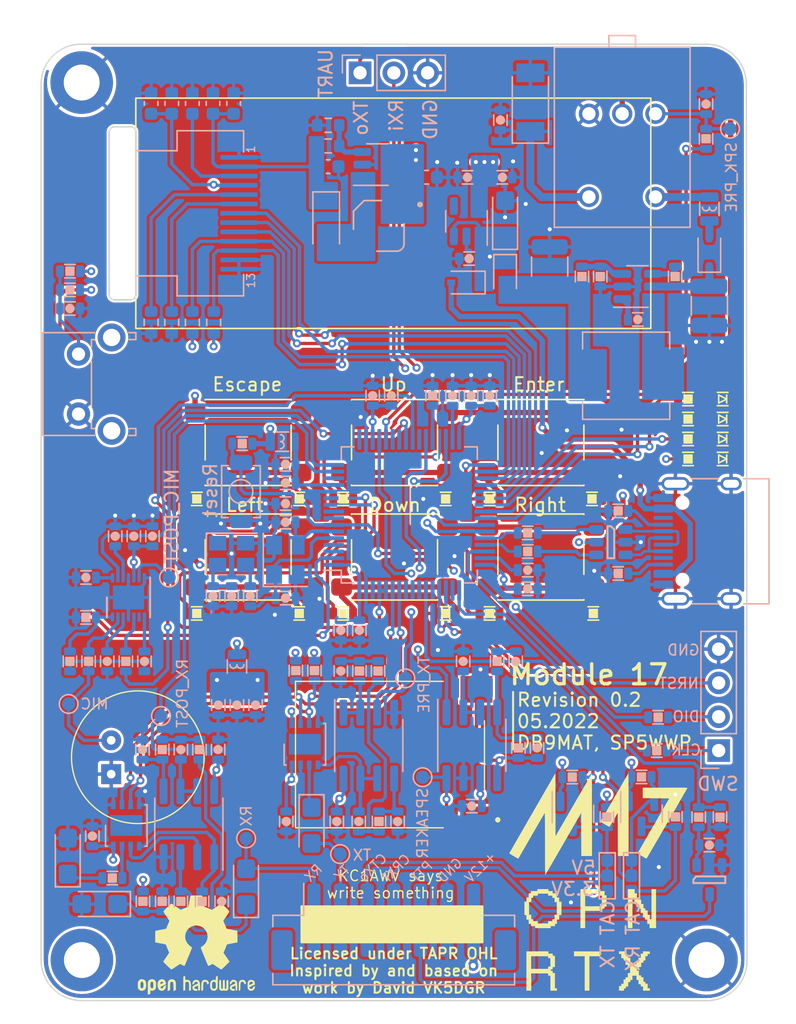
<source format=kicad_pcb>
(kicad_pcb (version 20211014) (generator pcbnew)
  (layers (0 "F.Cu" signal) (1 "In1.Cu" signal) (2 "In2.Cu" signal) (31 "B.Cu" signal) (34 "B.Paste" user) (35 "F.Paste" user) (36 "B.SilkS" user "B.Silkscreen") (37 "F.SilkS" user "F.Silkscreen") (38 "B.Mask" user) (39 "F.Mask" user) (44 "Edge.Cuts" user))
  (net 0 "")
  (net 1 "VDD")
  (net 2 "GND")
  (net 3 "Net-(C2-Pad2)")
  (net 4 "TCXO")
  (net 5 "Net-(C5-Pad2)")
  (net 6 "Net-(C9-Pad2)")
  (net 7 "VDDA")
  (net 8 "+5V")
  (net 9 "BASEBAND_RX")
  (net 10 "Net-(C22-Pad1)")
  (net 11 "Net-(C10-Pad2)")
  (net 12 "NRST")
  (net 13 "Net-(C29-Pad1)")
  (net 14 "AUDIO_SPK")
  (net 15 "VAA")
  (net 16 "Net-(C31-Pad1)")
  (net 17 "Net-(C32-Pad1)")
  (net 18 "Net-(C15-Pad1)")
  (net 19 "Net-(C15-Pad2)")
  (net 20 "+12V")
  (net 21 "Net-(C12-Pad1)")
  (net 22 "Net-(C20-Pad1)")
  (net 23 "Net-(C20-Pad2)")
  (net 24 "Net-(C21-Pad1)")
  (net 25 "Net-(C45-Pad2)")
  (net 26 "Net-(C49-Pad1)")
  (net 27 "Net-(FB2-Pad2)")
  (net 28 "Net-(C35-Pad1)")
  (net 29 "Net-(C51-Pad1)")
  (net 30 "Net-(C52-Pad1)")
  (net 31 "Net-(C53-Pad1)")
  (net 32 "Net-(C53-Pad2)")
  (net 33 "Net-(C54-Pad1)")
  (net 34 "Net-(C55-Pad1)")
  (net 35 "Net-(C56-Pad1)")
  (net 36 "Net-(C35-Pad2)")
  (net 37 "Net-(C58-Pad1)")
  (net 38 "Net-(C9-Pad1)")
  (net 39 "Net-(D1-PadA)")
  (net 40 "Net-(D2-PadA)")
  (net 41 "Net-(D3-PadA)")
  (net 42 "Net-(D4-PadA)")
  (net 43 "Net-(J4-Pad1)")
  (net 44 "Vin")
  (net 45 "Net-(IC1-Pad8)")
  (net 46 "Net-(J5-Pad1)")
  (net 47 "Net-(C59-Pad1)")
  (net 48 "/Microcontroller/xUDP")
  (net 49 "Net-(J2-PadB5)")
  (net 51 "/Microcontroller/xUDN")
  (net 52 "Net-(J2-PadA5)")
  (net 54 "RADIO_TX")
  (net 55 "Net-(R55-Pad2)")
  (net 57 "Net-(C6-Pad1)")
  (net 58 "RADIO_PTT")
  (net 59 "RADIO_RX")
  (net 61 "SWDIO")
  (net 62 "SWCLK")
  (net 63 "Net-(R5-Pad2)")
  (net 64 "Net-(R6-Pad1)")
  (net 65 "BTN_UP")
  (net 66 "Net-(R10-Pad1)")
  (net 67 "BTN_DOWN")
  (net 68 "Net-(R11-Pad1)")
  (net 69 "Net-(R12-Pad1)")
  (net 70 "~{BOOT0}")
  (net 71 "BTN_LEFT")
  (net 72 "Net-(R17-Pad1)")
  (net 73 "Net-(R18-Pad1)")
  (net 74 "Net-(C65-Pad1)")
  (net 75 "BTN_RIGHT")
  (net 76 "FLASH_CS")
  (net 77 "SPI1_SCK")
  (net 78 "LED-PTT")
  (net 79 "LED-SYNC")
  (net 80 "LED-ERROR")
  (net 81 "Net-(R28-Pad1)")
  (net 82 "USB_DN")
  (net 83 "USB_DP")
  (net 84 "~{PTT_IN}")
  (net 85 "AUDIO_MIC")
  (net 86 "Net-(R41-Pad2)")
  (net 87 "BASEBAND_TX")
  (net 88 "Net-(D6-Pad2)")
  (net 89 "~{PTT_OUT}")
  (net 90 "Net-(D9-Pad2)")
  (net 91 "SPK_MUTE")
  (net 92 "USART3_TX")
  (net 93 "CAT_TXout")
  (net 94 "CAT_RXin")
  (net 95 "USART3_RX")
  (net 96 "Net-(J9-Pad1)")
  (net 97 "Net-(J9-Pad2)")
  (net 98 "USART1_RX")
  (net 100 "USART1_TX")
  (net 101 "Net-(R1-Pad1)")
  (net 102 "Net-(R8-Pad1)")
  (net 103 "MIC_GAIN")
  (net 104 "BTN_ENT")
  (net 105 "Net-(R23-Pad1)")
  (net 106 "Net-(R36-Pad1)")
  (net 107 "Net-(R42-Pad1)")
  (net 108 "Net-(R44-Pad2)")
  (net 109 "I2C_SDA")
  (net 110 "I2C_SCL")
  (net 111 "~{MIC_MUTE}")
  (net 113 "+9V")
  (net 114 "Net-(U7-Pad2)")
  (net 117 "OLED_SPI_MOSI")
  (net 118 "OLED_SPI_SCK")
  (net 119 "OLED_DC")
  (net 120 "OLED_RST")
  (net 122 "OLED_CS")
  (net 125 "Net-(C39-Pad1)")
  (net 126 "SPI1_MISO")
  (net 127 "SPI1_MOSI")
  (net 128 "Net-(R29-Pad1)")
  (net 129 "Net-(D7-Pad2)")
  (net 130 "Net-(J3-Pad5)")
  (net 134 "Net-(J3-Pad6)")
  (net 135 "Net-(R57-Pad2)")
  (net 136 "Net-(D10-Pad1)")
  (net 137 "Net-(C57-Pad1)")
  (footprint "pkl_dipol:R_0603" (layer "F.Cu") (at 80.93125 98.8 180)
    (fp_text reference "R14")
    (fp_text value "470")
  )
  (footprint "pkl_dipol:R_0603" (layer "F.Cu") (at 102.93125 98.8 180)
    (fp_text reference "R20")
    (fp_text value "470")
  )
  (footprint "pkl_dipol:R_0603" (layer "F.Cu") (at 117.85 87.2 180)
    (fp_text reference "R24")
    (fp_text value "680R")
  )
  (footprint "pkl_dipol:R_0603" (layer "F.Cu") (at 102.93125 90.2 180)
    (fp_text reference "R19")
    (fp_text value "470")
  )
  (footprint "pkl_dipol:D_0603" (layer "F.Cu") (at 120.45 85.7 180)
    (fp_text reference "D2")
    (fp_text value "PTT")
  )
  (footprint "Symbol:OSHW-Logo2_9.8x8mm_SilkScreen" (layer "F.Cu") (at 80.9 123.7)
    (fp_text reference "REF**" hide)
    (fp_text value "OSHW-Logo2_9.8x8mm_SilkScreen" hide)
  )
  (footprint "pkl_dipol:D_0603" (layer "F.Cu") (at 120.45 84.2 180)
    (fp_text reference "D3")
    (fp_text value "Sync")
  )
  (footprint "M17-SmartMic:openrtx_logo_kicad" (layer "F.Cu") (at 110.447084 124.5)
    (fp_text reference "Ref**" hide)
    (fp_text value "Val**" hide)
  )
  (footprint "pkl_dipol:R_0603" (layer "F.Cu") (at 88.63125 98.8 180)
    (fp_text reference "R12")
    (fp_text value "10k")
  )
  (footprint "pkl_dipol:R_0603" (layer "F.Cu") (at 99.63125 98.8 180)
    (fp_text reference "R9")
    (fp_text value "10k")
  )
  (footprint "M17-SmartMic:CMS151135078SP" (layer "F.Cu") (at 95.45 109.4 90)
    (fp_text reference "LS1" hide)
    (fp_text value "Speaker" hide)
  )
  (footprint "pkl_dipol:R_0603" (layer "F.Cu") (at 110.73125 98.8 180)
    (fp_text reference "R18")
    (fp_text value "10k")
  )
  (footprint "M17-SmartMic:OLED_Bare" (layer "F.Cu") (at 95.7 68.75)
    (fp_text reference "J3")
    (fp_text value "SH1107")
    (fp_line (start -20.95 6.5) (end -19.75 6.5) (layer "Edge.Cuts") (width 0.12))
    (fp_line (start -21.35 -6.1) (end -21.35 6.1) (layer "Edge.Cuts") (width 0.12))
    (fp_line (start -19.35 6.1) (end -19.35 -6.1) (layer "Edge.Cuts") (width 0.12))
    (fp_line (start -19.75 -6.5) (end -20.95 -6.5) (layer "Edge.Cuts") (width 0.12))
    (fp_arc (start -19.35 6.1) (mid -19.467158 6.382842) (end -19.75 6.5) (layer "Edge.Cuts") (width 0.12))
    (fp_arc (start -21.35 -6.1) (mid -21.232843 -6.382843) (end -20.95 -6.5) (layer "Edge.Cuts") (width 0.12))
    (fp_arc (start -20.95 6.5) (mid -21.232843 6.382843) (end -21.35 6.1) (layer "Edge.Cuts") (width 0.12))
    (fp_arc (start -19.75 -6.5) (mid -19.467157 -6.382843) (end -19.35 -6.1) (layer "Edge.Cuts") (width 0.12))
  )
  (footprint "MountingHole:MountingHole_2.7mm_M2.5_DIN965_Pad" (layer "F.Cu") (at 72.28125 58.93125)
    (fp_text reference "H1" hide)
    (fp_text value "M3")
  )
  (footprint "pkl_dipol:D_0603" (layer "F.Cu") (at 120.45 82.7 180)
    (fp_text reference "D4")
    (fp_text value "Error")
  )
  (footprint "pkl_dipol:R_0603" (layer "F.Cu") (at 110.63125 90.2 180)
    (fp_text reference "R17")
    (fp_text value "10k")
  )
  (footprint "pkl_dipol:R_0603" (layer "F.Cu") (at 91.93125 90.2 180)
    (fp_text reference "R7")
    (fp_text value "470")
  )
  (footprint "pkl_dipol:R_0603" (layer "F.Cu") (at 117.85 85.7 180)
    (fp_text reference "R25")
    (fp_text value "680R")
  )
  (footprint "pkl_dipol:R_0603" (layer "F.Cu") (at 99.63125 90.2 180)
    (fp_text reference "R6")
    (fp_text value "10k")
  )
  (footprint "pkl_buttons_switches:SW_SPST_PTS645" (layer "F.Cu") (at 95.79125 85.965)
    (fp_text reference "SW1")
    (fp_text value "Button Up")
  )
  (footprint "pkl_dipol:R_0603" (layer "F.Cu") (at 117.85 84.2 180)
    (fp_text reference "R26")
    (fp_text value "680R")
  )
  (footprint "MountingHole:MountingHole_2.7mm_M2.5_DIN965_Pad" (layer "F.Cu") (at 72.3 124.83125)
    (fp_text reference "H2" hide)
    (fp_text value "M3")
  )
  (footprint "pkl_buttons_switches:SW_SPST_PTS645" (layer "F.Cu") (at 106.79125 85.965)
    (fp_text reference "SW6")
    (fp_text value "Button Enter")
  )
  (footprint "pkl_buttons_switches:SW_SPST_PTS645" (layer "F.Cu") (at 95.79125 94.565)
    (fp_text reference "SW2")
    (fp_text value "Button Down")
  )
  (footprint "pkl_dipol:R_0603" (layer "F.Cu") (at 117.85 82.7 180)
    (fp_text reference "R27")
    (fp_text value "680R")
  )
  (footprint "pkl_dipol:D_0603" (layer "F.Cu") (at 120.45 87.2 180)
    (fp_text reference "D1")
    (fp_text value "Power")
  )
  (footprint "pkl_buttons_switches:SW_SPST_PTS645" (layer "F.Cu") (at 84.79125 94.565)
    (fp_text reference "SW5")
    (fp_text value "Button Left")
  )
  (footprint "MountingHole:MountingHole_2.7mm_M2.5_DIN965_Pad" (layer "F.Cu") (at 119.23125 124.83125)
    (fp_text reference "H2" hide)
    (fp_text value "M3")
  )
  (footprint "pkl_buttons_switches:SW_SPST_PTS645" (layer "F.Cu") (at 106.79125 94.565)
    (fp_text reference "SW7")
    (fp_text value "Button Right")
  )
  (footprint "pkl_dipol:R_0603" (layer "F.Cu") (at 80.93125 90.2 180)
    (fp_text reference "R13")
    (fp_text value "470")
  )
  (footprint "pkl_dipol:R_0603" (layer "F.Cu") (at 91.93125 98.8 180)
    (fp_text reference "R10")
    (fp_text value "470")
  )
  (footprint "pkl_buttons_switches:SW_SPST_PTS645" (layer "F.Cu") (at 84.79125 85.965)
    (fp_text reference "SW4")
    (fp_text value "Button Escape")
  )
  (footprint "LOGO" (layer "F.Cu") (at 111.1 114.65)
    (fp_text reference "G***" hide)
    (fp_text value "LOGO" hide)
  )
  (footprint "digikey-footprints:Mic_CMA-4544PF-W" (layer "F.Cu") (at 76.5 109.6 180)
    (fp_text reference "MK1" hide)
    (fp_text value "Microphone")
  )
  (footprint "pkl_dipol:R_0603" (layer "F.Cu") (at 88.63125 90.2 180)
    (fp_text reference "R11")
    (fp_text value "10k")
  )
  (footprint "pkl_dipol:C_0603" (layer "B.Cu") (at 93.15 100.06875 -90)
    (fp_text reference "C13")
    (fp_text value "100n")
  )
  (footprint "pkl_dipol:C_0603" (layer "B.Cu") (at 87.6 91.95 180)
    (fp_text reference "C6")
    (fp_text value "12p")
  )
  (footprint "pkl_dipol:L_0805" (layer "B.Cu") (at 87.35 85.9 180)
    (fp_text reference "FB1")
    (fp_text value "FB0805")
  )
  (footprint "pkl_dipol:R_0603" (layer "B.Cu") (at 98.65 82.45 -90)
    (fp_text reference "R5")
    (fp_text value "1k")
  )
  (footprint "pkl_dipol:R_0603" (layer "B.Cu") (at 81.335 120.425 90)
    (fp_text reference "R41")
    (fp_text value "3k3")
  )
  (footprint "pkl_dipol:R_0603" (layer "B.Cu") (at 111.25 73.5 90)
    (fp_text reference "R55")
    (fp_text value "24k")
  )
  (footprint "Capacitor_Tantalum_SMD:CP_EIA-3216-18_Kemet-A" (layer "B.Cu") (at 71.235 117.025 90)
    (fp_text reference "C56")
    (fp_text value "22u")
  )
  (footprint "pkl_dipol:R_0603" (layer "B.Cu") (at 120.25 114.1 -90)
    (fp_text reference "R49")
    (fp_text value "47k")
  )
  (footprint "pkl_dipol:R_0603" (layer "B.Cu") (at 74.585 118.675 180)
    (fp_text reference "R42")
    (fp_text value "2k2")
  )
  (footprint "pkl_dipol:C_0603" (layer "B.Cu") (at 79.735 109.025 90)
    (fp_text reference "C45")
    (fp_text value "10n")
  )
  (footprint "Resistor_SMD:R_0603_1608Metric" (layer "B.Cu") (at 90.80651 62.14349 180)
    (fp_text reference "R58")
    (fp_text value "180k")
  )
  (footprint "TestPoint:TestPoint_Pad_D1.0mm" (layer "B.Cu") (at 78.85 96.1 180)
    (fp_text reference "TP3" hide)
    (fp_text value "TP_MIC_POST")
  )
  (footprint "Diode_SMD:D_SOD-123" (layer "B.Cu") (at 90.65651 69.39349 -90)
    (fp_text reference "D7")
    (fp_text value "MBR0530")
  )
  (footprint "pkl_dipol:R_0603" (layer "B.Cu") (at 72.6 99.1 180)
    (fp_text reference "R23")
    (fp_text value "100k")
  )
  (footprint "pkl_dipol:C_0603" (layer "B.Cu") (at 82.55 105.68125 -90)
    (fp_text reference "C38")
    (fp_text value "100n")
  )
  (footprint "M17-SmartMic:PTR901" (layer "B.Cu") (at 112.9 64.4 90)
    (fp_text reference "RV1")
    (fp_text value "50k")
  )
  (footprint "pkl_dipol:C_0603" (layer "B.Cu") (at 87.6 87.6 180)
    (fp_text reference "C11")
    (fp_text value "100n")
  )
  (footprint "pkl_dipol:C_0603" (layer "B.Cu") (at 102.95 82.45 90)
    (fp_text reference "C16")
    (fp_text value "10n")
  )
  (footprint "pkl_dipol:C_0603" (layer "B.Cu") (at 94.15 82.45 90)
    (fp_text reference "C1")
    (fp_text value "100n")
  )
  (footprint "pkl_dipol:C_0603" (layer "B.Cu") (at 77.6 93 90)
    (fp_text reference "C46")
    (fp_text value "100n")
  )
  (footprint "pkl_dipol:C_0603" (layer "B.Cu") (at 103.9 66.05)
    (fp_text reference "C25")
    (fp_text value "1u")
  )
  (footprint "pkl_dipol:R_0603" (layer "B.Cu") (at 103.5 102.4 -90)
    (fp_text reference "R31")
    (fp_text value "10k")
  )
  (footprint "Oscillator:Oscillator_SMD_Abracon_ASE-4Pin_3.2x2.5mm" (layer "B.Cu") (at 83.55 94.35)
    (fp_text reference "X1")
    (fp_text value "12 MHz TCXO")
  )
  (footprint "Button_Switch_THT:SW_Tactile_SPST_Angled_PTS645Vx58-2LFS" (layer "B.Cu") (at 72.04375 79.325 -90)
    (fp_text reference "SW8" hide)
    (fp_text value "PTT")
  )
  (footprint "Package_TO_SOT_SMD:SOT-23-6" (layer "B.Cu") (at 114.05 74.25)
    (fp_text reference "U2")
    (fp_text value "TP6841S6")
  )
  (footprint "pkl_dipol:C_0603" (layer "B.Cu") (at 105.8 95.55 180)
    (fp_text reference "C5")
    (fp_text value "2u2")
  )
  (footprint "Inductor_SMD:L_Vishay_IHLP-2525" (layer "B.Cu") (at 113.2 80.95)
    (fp_text reference "L1")
    (fp_text value "10u")
  )
  (footprint "Connector_PinHeader_2.54mm:PinHeader_1x03_P2.54mm_Vertical" (layer "B.Cu") (at 93.2 58.2 -90)
    (fp_text reference "J10")
    (fp_text value "UART")
  )
  (footprint "pkl_dipol:C_0603" (layer "B.Cu") (at 73.085 115.525 90)
    (fp_text reference "C44")
    (fp_text value "100n")
  )
  (footprint "TestPoint:TestPoint_Pad_D1.0mm" (layer "B.Cu") (at 91.705 116.875)
    (fp_text reference "TP8")
    (fp_text value "TP_TX")
  )
  (footprint "pkl_dipol:R_0603" (layer "B.Cu") (at 112.6 95.8)
    (fp_text reference "R16")
    (fp_text value "5k1")
  )
  (footprint "pkl_jumpers:J_NCNO_0903_20" (layer "B.Cu") (at 113.6 118.5 -90)
    (fp_text reference "J4")
    (fp_text value "CAT_TX")
  )
  (footprint "pkl_dipol:L_0805" (layer "B.Cu") (at 83.95 102.78125 90)
    (fp_text reference "FB3")
    (fp_text value "FB0805")
  )
  (footprint "pkl_dipol:R_0603" (layer "B.Cu") (at 94.62375 114.425 90)
    (fp_text reference "R40")
    (fp_text value "3k9")
  )
  (footprint "pkl_dipol:R_0603" (layer "B.Cu") (at 105.8 92.75 180)
    (fp_text reference "R28")
    (fp_text value "27")
  )
  (footprint "Resistor_SMD:R_0603_1608Metric" (layer "B.Cu") (at 82.2 76.95 -90)
    (fp_text reference "R59")
    (fp_text value "4k7")
  )
  (footprint "Diode_SMD:D_SOD-128" (layer "B.Cu") (at 106 60.4 90)
    (fp_text reference "D5")
    (fp_text value "PTVS20VP1UP,115")
  )
  (footprint "pkl_dipol:R_0603" (layer "B.Cu") (at 94.555 103.125 -90)
    (fp_text reference "R38")
    (fp_text value "39k")
  )
  (footprint "pkl_dipol:R_0603" (layer "B.Cu") (at 109.875 73.5 -90)
    (fp_text reference "R56")
    (fp_text value "126k")
  )
  (footprint "pkl_connectors:USB_C_Receptacle_HRO_TYPE-C-31-M-12" (layer "B.Cu") (at 120.03125 93.38125 -90)
    (fp_text reference "J2")
    (fp_text value "USB_C")
  )
  (footprint "pkl_dipol:C_0603" (layer "B.Cu") (at 91.75 100.06875 -90)
    (fp_text reference "C14")
    (fp_text value "10n")
  )
  (footprint "pkl_dipol:C_0603" (layer "B.Cu") (at 106.5 108.9 -90)
    (fp_text reference "C35")
    (fp_text value "15p")
  )
  (footprint "pkl_dipol:C_0603" (layer "B.Cu") (at 119.2 60.55 -90)
    (fp_text reference "C10")
    (fp_text value "1n")
  )
  (footprint "pkl_housings_sot:SOT-23" (layer "B.Cu") (at 119.45 118.8 90)
    (fp_text reference "Q1")
    (fp_text value "IRLML2060")
  )
  (footprint "pkl_dipol:C_0603" (layer "B.Cu") (at 87.655 114.425 -90)
    (fp_text reference "C50")
    (fp_text value "100n")
  )
  (footprint "pkl_dipol:C_0603" (layer "B.Cu") (at 74.8 93 90)
    (fp_text reference "C29")
    (fp_text value "2u2")
  )
  (footprint "pkl_dipol:R_0603" (layer "B.Cu") (at 78.335 109.025 90)
    (fp_text reference "R37")
    (fp_text value "3k9")
  )
  (footprint "pkl_dipol:C_0603" (layer "B.Cu") (at 87.6 97.65 180)
    (fp_text reference "C3")
    (fp_text value "12p")
  )
  (footprint "pkl_dipol:C_0603" (layer "B.Cu") (at 100.95 102.4 90)
    (fp_text reference "C31")
    (fp_text value "100n")
  )
  (footprint "Capacitor_Tantalum_SMD:CP_EIA-3216-18_Kemet-A" (layer "B.Cu") (at 84.635 119.325 90)
    (fp_text reference "C58")
    (fp_text value "22u")
  )
  (footprint "Capacitor_SMD:C_0603_1608Metric" (layer "B.Cu") (at 77.5 60.5 90)
    (fp_text reference "C37")
    (fp_text value "4u7")
  )
  (footprint "pkl_dipol:C_0603" (layer "B.Cu") (at 114.075 76.725)
    (fp_text reference "C15")
    (fp_text value "100n")
  )
  (footprint "pkl_dipol:R_0603" (layer "B.Cu") (at 75.6 102.4 -90)
    (fp_text reference "R8")
    (fp_text value "0")
  )
  (footprint "pkl_dipol:R_0603" (layer "B.Cu") (at 112.6 91.1)
    (fp_text reference "R15")
    (fp_text value "5k1")
  )
  (footprint "pkl_dipol:C_0603" (layer "B.Cu") (at 77 102.4 90)
    (fp_text reference "C9")
    (fp_text value "100n")
  )
  (footprint "Capacitor_SMD:C_0603_1608Metric" (layer "B.Cu") (at 80.6 60.5 90)
    (fp_text reference "C39")
    (fp_text value "2u2")
  )
  (footprint "Capacitor_SMD:C_0603_1608Metric" (layer "B.Cu") (at 90.80651 65.24349)
    (fp_text reference "C34")
    (fp_text value "1u")
  )
  (footprint "Resistor_SMD:R_0603_1608Metric" (layer "B.Cu") (at 90.80651 63.69349)
    (fp_text reference "R57")
    (fp_text value "1.2M")
  )
  (footprint "Diode_SMD:D_SOD-323" (layer "B.Cu") (at 104.1 73.35 -90)
    (fp_text reference "D8")
    (fp_text value "BAT60A")
  )
  (footprint "Resistor_SMD:R_0603_1608Metric" (layer "B.Cu") (at 77.5 76.95 -90)
    (fp_text reference "R61")
    (fp_text value "4k7")
  )
  (footprint "TestPoint:TestPoint_Pad_D1.0mm" (layer "B.Cu") (at 78.24 106.5 180)
    (fp_text reference "TP6" hide)
    (fp_text value "TP_BBRX")
  )
  (footprint "Capacitor_SMD:C_0603_1608Metric" (layer "B.Cu") (at 82.15 60.5 90)
    (fp_text reference "C41")
    (fp_text value "4u7")
  )
  (footprint "pkl_housings_sot:SOT-23-6" (layer "B.Cu") (at 112.05 93.45)
    (fp_text reference "U3")
    (fp_text value "USBLC6-2")
  )
  (footprint "Capacitor_Tantalum_SMD:CP_EIA-3216-18_Kemet-A" (layer "B.Cu") (at 104.1 69.15 90)
    (fp_text reference "C18")
    (fp_text value "10u")
  )
  (footprint "pkl_jumpers:J_NCNO_0903_20" (layer "B.Cu") (at 111.775 118.505 -90)
    (fp_text reference "J5")
    (fp_text value "CAT_TX")
  )
  (footprint "pkl_dipol:C_0603" (layer "B.Cu") (at 72.6 96.1 180)
    (fp_text reference "C12")
    (fp_text value "100p")
  )
  (footprint "pkl_dipol:C_0603" (layer "B.Cu") (at 96.02375 114.425 -90)
    (fp_text reference "C55")
    (fp_text value "680p")
  )
  (footprint "pkl_dipol:R_0603" (layer "B.Cu") (at 76.885 120.425 -90)
    (fp_text reference "R45")
    (fp_text value "22k")
  )
  (footprint "Package_DFN_QFN:DFN-8-1EP_3x3mm_P0.65mm_EP1.55x2.4mm" (layer "B.Cu") (at 75.635 114.725 -90)
    (fp_text reference "U8")
    (fp_text value "MCP4551-503")
  )
  (footprint "Capacitor_Tantalum_SMD:CP_EIA-3216-18_Kemet-A" (layer "B.Cu") (at 73.635 120.625 180)
    (fp_text reference "C59")
    (fp_text value "22u")
  )
  (footprint "Capacitor_SMD:C_0603_1608Metric" (layer "B.Cu") (at 79.05 60.5 90)
    (fp_text reference "C36")
    (fp_text value "100n")
  )
  (footprint "pkl_dipol:C_0603" (layer "B.Cu") (at 101.275 66.05 180)
    (fp_text reference "C23")
    (fp_text value "100n")
  )
  (footprint "Package_TO_SOT_SMD:SOT-23-5" (layer "B.Cu") (at 101.2 69.35 90)
    (fp_text reference "U11")
    (fp_text value "TPS73233")
  )
  (footprint "Capacitor_SMD:C_0603_1608Metric" (layer "B.Cu") (at 98.20651 66.04349 180)
    (fp_text reference "C28")
    (fp_text value "1u")
  )
  (footprint "pkl_dipol:R_0603" (layer "B.Cu") (at 71.4 102.4 -90)
    (fp_text reference "R30")
    (fp_text value "150k")
  )
  (footprint "pkl_dipol:R_0603" (layer "B.Cu") (at 81.135 109.025 -90)
    (fp_text reference "R39")
    (fp_text value "39k")
  )
  (footprint "Package_SO:SOIC-8_3.9x4.9mm_P1.27mm" (layer "B.Cu") (at 101.6 108.7 -90)
    (fp_text reference "IC1" hide)
    (fp_text value "LM4861M")
  )
  (footprint "Package_TO_SOT_SMD:SOT-23-5" (layer "B.Cu") (at 94.50651 65.09349)
    (fp_text reference "U4")
    (fp_text value "AP3012")
  )
  (footprint "Connector_PinHeader_2.54mm:PinHeader_1x04_P2.54mm_Vertical" (layer "B.Cu") (at 120.15 109.1)
    (fp_text reference "J9")
    (fp_text value "STLink")
  )
  (footprint "pkl_dipol:R_0603" (layer "B.Cu") (at 71.4 74.5 180)
    (fp_text reference "R35")
    (fp_text value "2k2")
  )
  (footprint "pkl_dipol:R_0603" (layer "B.Cu") (at 93.155 103.125 90)
    (fp_text reference "R36")
    (fp_text value "3k3")
  )
  (footprint "pkl_dipol:C_0603" (layer "B.Cu") (at 91.755 103.125 -90)
    (fp_text reference "C51")
    (fp_text value "10n")
  )
  (footprint "Resistor_SMD:R_0603_1608Metric" (layer "B.Cu") (at 79.05 76.95 -90)
    (fp_text reference "R62")
    (fp_text value "560k")
  )
  (footprint "pkl_dipol:C_0603" (layer "B.Cu") (at 82.15 97.5 90)
    (fp_text reference "C26")
    (fp_text value "4u7")
  )
  (footprint "Package_TO_SOT_SMD:SOT-23" (layer "B.Cu") (at 109.2 113.8625 -90)
    (fp_text reference "Q2")
    (fp_text value "BSS138")
  )
  (footprint "pkl_dipol:C_0603" (layer "B.Cu") (at 84.95 97.5 -90)
    (fp_text reference "C22")
    (fp_text value "10n")
  )
  (footprint "pkl_dipol:R_0603" (layer "B.Cu") (at 105.8 94.15 180)
    (fp_text reference "R29")
    (fp_text value "27")
  )
  (footprint "pkl_dipol:C_0603" (layer "B.Cu") (at 83.55 97.5 90)
    (fp_text reference "C24")
    (fp_text value "100n")
  )
  (footprint "pkl_dipol:C_0603" (layer "B.Cu") (at 71.4 75.9)
    (fp_text reference "C32")
    (fp_text value "100n")
  )
  (footprint "Diode_SMD:D_SOD-323" (layer "B.Cu") (at 101.1 73.95 180)
    (fp_text reference "D9")
    (fp_text value "BAT60A")
  )
  (footprint "pkl_dipol:L_0805" (layer "B.Cu") (at 119.45 68.425 90)
    (fp_text reference "FB2")
    (fp_text value "FB0805")
  )
  (footprint "pkl_dipol:C_0603" (layer "B.Cu") (at 85.35 105.68125 -90)
    (fp_text reference "C30")
    (fp_text value "22u")
  )
  (footprint "pkl_dipol:C_0603" (layer "B.Cu") (at 93.105 114.425 90)
    (fp_text reference "C53")
    (fp_text value "10n")
  )
  (footprint "pkl_dipol:C_0603" (layer "B.Cu") (at 87.6 89 180)
    (fp_text reference "C8")
    (fp_text value "1u")
  )
  (footprint "Package_SO:SOIC-8_3.9x4.9mm_P1.27mm" (layer "B.Cu") (at 80.335 114.625 90)
    (fp_text reference "U7")
    (fp_text value "MCP6002")
  )
  (footprint "pkl_dipol:R_0603" (layer "B.Cu") (at 116.9 114.08 -90)
    (fp_text reference "R52")
    (fp_text value "10k")
  )
  (footprint "Package_TO_SOT_SMD:SOT-23" (layer "B.Cu") (at 114.35 113.85 -90)
    (fp_text reference "Q3")
    (fp_text value "BSS138")
  )
  (footprint "pkl_dipol:C_0603" (layer "B.Cu") (at 82.8 120.425 90)
    (fp_text reference "C52")
    (fp_text value "10n")
  )
  (footprint "pkl_dipol:C_0603" (layer "B.Cu") (at 95.55 82.45 90)
    (fp_text reference "C4")
    (fp_text value "10n")
  )
  (footprint "pkl_dipol:C_0603" (layer "B.Cu") (at 87.6 90.55)
    (fp_text reference "C27")
    (fp_text value "100n")
  )
  (footprint "pkl_dipol:C_0603" (layer "B.Cu") (at 101.55 82.45 90)
    (fp_text reference "C17")
    (fp_text value "1u")
  )
  (footprint "pkl_dipol:R_0603" (layer "B.Cu") (at 72.8 102.4 -90)
    (fp_text reference "R1")
    (fp_text value "2k2")
  )
  (footprint "pkl_dipol:R_0603" (layer "B.Cu") (at 78.335 120.425 90)
    (fp_text reference "R46")
    (fp_text value "22k")
  )
  (footprint "pkl_dipol:C_0603" (layer "B.Cu") (at 74.2 102.4 -90)
    (fp_text reference "C21")
    (fp_text value "470n")
  )
  (footprint "pkl_dipol:R_0603" (layer "B.Cu") (at 109.15 111.0925)
    (fp_text reference "R22")
    (fp_text value "10k")
  )
  (footprint "pkl_dipol:R_0603" (layer "B.Cu") (at 88.37375 103.09375 -90)
    (fp_text reference "R48")
    (fp_text value "4k7")
  )
  (footprint "pkl_dipol:R_0603" (layer "B.Cu") (at 84.35 86.05)
    (fp_text reference "R2")
    (fp_text value "47k")
  )
  (footprint "pkl_dipol:C_0603" (layer "B.Cu") (at 119.45 116.2)
    (fp_text reference "C54")
    (fp_text value "470p")
  )
  (footprint "Package_DFN_QFN:DFN-8-1EP_3x3mm_P0.65mm_EP1.55x2.4mm" (layer "B.Cu") (at 89.055 108.625 -90)
    (fp_text reference "U9")
    (fp_text value "MCP4551-503")
  )
  (footprint "Resistor_SMD:R_0603_1608Metric" (layer "B.Cu") (at 80.6 76.95 90)
    (fp_text reference "R60")
    (fp_text value "4k7")
  )
  (footprint "TestPoint:TestPoint_Pad_D1.0mm" (layer "B.Cu") (at 96.605 103.675)
    (fp_text reference "TP5")
    (fp_text value "TP_BBTX")
  )
  (footprint "Capacitor_Tantalum_SMD:CP_EIA-3216-18_Kemet-A" (layer "B.Cu") (at 89.555 114.725 -90)
    (fp_text reference "C57")
    (fp_text value "22u")
  )
  (footprint "M17-SmartMic:IND_CDRH3D16_HPNP-330MC" (layer "B.Cu") (at 94.60651 69.69349 180)
    (fp_text reference "L2")
    (fp_text value "CDRH3D16NP-100NC ")
  )
  (footprint "pkl_dipol:R_0603" (layer "B.Cu") (at 71.4 73.1 180)
    (fp_text reference "R34")
    (fp_text value "10k")
  )
  (footprint "Diode_SMD:D_SOD-323" (layer "B.Cu") (at 119.45 71.675 90)
    (fp_text reference "D6")
    (fp_text value "BAT60A")
  )
  (footprint "TestPoint:TestPoint_Pad_D1.0mm" (layer "B.Cu") (at 97.9 111.1 90)
    (fp_text reference "TP4" hide)
    (fp_text value "TP_SPK")
  )
  (footprint "pkl_dipol:R_0603" (layer "B.Cu") (at 89.77375 103.09375 -90)
    (fp_text reference "R47")
    (fp_text value "4k7")
  )
  (footprint "Capacitor_SMD:C_1210_3225Metric" (layer "B.Cu") (at 107.45 72.75 90)
    (fp_text reference "C65")
    (fp_text value "22u")
  )
  (footprint "pkl_dipol:C_0603" (layer "B.Cu") (at 91.455 114.425 -90)
    (fp_text reference "C60")
    (fp_text value "100n")
  )
  (footprint "pkl_dipol:R_0603" (layer "B.Cu") (at 111.75 114.0925 -90)
    (fp_text reference "R33")
    (fp_text value "10k")
  )
  (footprint "pkl_dipol:C_0603" (layer "B.Cu") (at 100.15 82.45 -90)
    (fp_text reference "C2")
    (fp_text value "2u2")
  )
  (footprint "pkl_dipol:R_0603" (layer "B.Cu") (at 119.2 63.15 90)
    (fp_text reference "R21")
    (fp_text value "22k")
  )
  (footprint "pkl_dipol:R_0603" (layer "B.Cu") (at 114.35 111.08)
    (fp_text reference "R50")
    (fp_text value "10k")
  )
  (footprint "pkl_dipol:R_0603" (layer "B.Cu") (at 116.875 73.5 90)
    (fp_text reference "R44")
    (fp_text value "100k")
  )
  (footprint "pkl_dipol:C_0603" (layer "B.Cu") (at 105.8 96.95)
    (fp_text reference "C7")
    (fp_text value "100n")
  )
  (footprint "TestPoint:TestPoint_Pad_D1.0mm" (layer "B.Cu") (at 71.3 105.6 180)
    (fp_text reference "TP1" hide)
    (fp_text value "TP_MIC")
  )
  (footprint "Capacitor_SMD:C_0603_1608Metric" (layer "B.Cu") (at 83.7 60.5 90)
    (fp_text reference "C40")
    (fp_text value "100n")
  )
  (footprint "Package_SO:SOIC-8_3.9x4.9mm_P1.27mm" (layer "B.Cu") (at 93.855 108.725 -90)
    (fp_text reference "U6")
    (fp_text value "MCP6002")
  )
  (footprint "M17-SmartMic:ST-1185S" (layer "B.Cu") (at 84.25 89.65 90)
    (fp_text reference "SW3")
    (fp_text value "Reset")
  )
  (footprint "pkl_dipol:R_0603" (layer "B.Cu") (at 115.6 106.6)
    (fp_text reference "R3")
    (fp_text value "22")
  )
  (footprint "pkl_dipol:R_0603" (layer "B.Cu") (at 79.735 120.425 -90)
    (fp_text reference "R43")
    (fp_text value "22k")
  )
  (footprint "TestPoint:TestPoint_Pad_D1.0mm" (layer "B.Cu") (at 121 62.4 180)
    (fp_text reference "TP2" hide)
    (fp_text value "TP_SPK_PRE")
  )
  (footprint "pkl_dipol:C_0603" (layer "B.Cu") (at 103.75 61.75 -90)
    (fp_text reference "C61")
    (fp_text value "10n")
  )
  (footprint "pkl_dipol:R_0603" (layer "B.Cu") (at 115.5 109.1)
    (fp_text reference "R4")
    (fp_text value "22")
  )
  (footprint "pkl_dipol:C_0603" (layer "B.Cu") (at 104.9 102.4 90)
    (fp_text reference "C20")
    (fp_text value "220n")
  )
  (footprint "Package_QFP:LQFP-64_10x10mm_P0.5mm" (layer "B.Cu") (at 96.9 91.4)
    (fp_text reference "U10")
    (fp_text value "STM32F405RGTx")
  )
  (footprint "pkl_dipol:C_0603" (layer "B.Cu") (at 76.85 109.025 90)
    (fp_text reference "C49")
    (fp_text value "680p")
  )
  (footprint "Capacitor_SMD:C_1210_3225Metric" (layer "B.Cu") (at 119.45 75.7 -90)
    (fp_text reference "C62")
    (fp_text value "10u")
  )
  (footprint "pkl_dipol:C_0603" (layer "B.Cu") (at 83.95 105.68125 -90)
    (fp_text reference "C33")
    (fp_text value "1u")
  )
  (footprint "pkl_dipol:R_0603" (layer "B.Cu") (at 105.1 108.9 -90)
    (fp_text reference "R32")
    (fp_text value "22k")
  )
  (footprint "pkl_dipol:C_0603" (layer "B.Cu") (at 82.535 109.025 90)
    (fp_text reference "C48")
    (fp_text value "100n")
  )
  (footprint "pkl_dipol:C_0603" (layer "B.Cu") (at 101.6 113.269048 180)
    (fp_text reference "C43")
    (fp_text value "100n")
  )
  (footprint "TestPoint:TestPoint_Pad_D1.0mm" (layer "B.Cu") (at 84.64 115.7 180)
    (fp_text reference "TP7" hide)
    (fp_text value "TP_RX")
  )
  (footprint "Connector_JST:JST_PH_B7B-PH-SM4-TB_1x07-1MP_P2.00mm_Vertical" (layer "B.Cu") (at 95.73125 122.33125)
    (fp_text reference "J1" hide)
    (fp_text value "Radio")
  )
  (footprint "Crystal:Crystal_SMD_3225-4Pin_3.2x2.5mm" (layer "B.Cu") (at 87.58125 94.78125 90)
    (fp_text reference "Y1")
    (fp_text value "8 MHz")
  )
  (footprint "pkl_dipol:C_0603" (layer "B.Cu") (at 101.4 72.15 180)
    (fp_text reference "C19")
    (fp_text value "100n")
  )
  (footprint "pkl_dipol:C_0603" (layer "B.Cu") (at 76.2 93 90)
    (fp_text reference "C47")
    (fp_text value "2u2")
  )
  (footprint "Package_DFN_QFN:DFN-14-1EP_3x3mm_P0.4mm_EP1.78x2.35mm" (layer "B.Cu") (at 75.8 97.6 -90)
    (fp_text reference "U1")
    (fp_text value "MAX9814")
  )
  (footprint "pkl_dipol:R_0603" (layer "B.Cu") (at 118.65 114.1 90)
    (fp_text reference "R51")
    (fp_text value "330")
  )
  (gr_rect (start 88.8 120.8) (end 102.4 123.5) (layer "F.SilkS") (width 0.15) (fill solid))
  (gr_line (start 104.7 104.7) (end 104.7 109) (layer "F.SilkS") (width 0.15))
  (gr_arc locked (start 72.28125 127.874574) (mid 70.124574 126.98125) (end 69.23125 124.824574) (layer "Edge.Cuts") (width 0.1))
  (gr_line locked (start 122.23125 59.05257) (end 122.28125 124.88125) (layer "Edge.Cuts") (width 0.1))
  (gr_arc locked (start 69.23125 59.05257) (mid 70.10993 56.93125) (end 72.23125 56.05257) (layer "Edge.Cuts") (width 0.1))
  (gr_arc locked (start 119.23125 56.05257) (mid 121.35257 56.93125) (end 122.23125 59.05257) (layer "Edge.Cuts") (width 0.1))
  (gr_line locked (start 119.28125 127.88125) (end 72.28125 127.874574) (layer "Edge.Cuts") (width 0.1))
  (gr_line locked (start 72.23125 56.05257) (end 119.23125 56.05257) (layer "Edge.Cuts") (width 0.1))
  (gr_arc locked (start 122.28125 124.88125) (mid 121.40257 127.00257) (end 119.28125 127.88125) (layer "Edge.Cuts") (width 0.1))
  (gr_line locked (start 69.23125 59.05257) (end 69.23125 124.824574) (layer "Edge.Cuts") (width 0.1))
  (gr_text "TX" (at 93.35 116.95) (layer "B.SilkS") (effects (font (size 0.8 0.8) (thickness 0.12)) (justify mirror)))
  (gr_text "TXo" (at 93.26875 61.6 90) (layer "B.SilkS") (effects (font (size 1 1)) (justify mirror)))
  (gr_text "SWD" (at 120.1 111.6) (layer "B.SilkS") (effects (font (size 1 1)) (justify mirror)))
  (gr_text "TX" (at 91.85 118.3 45) (layer "B.SilkS") (effects (font (size 0.7 0.7) (thickness 0.1)) (justify mirror)))
  (gr_text "3.3V" (at 109.2 119.5) (layer "B.SilkS") (effects (font (size 1 1)) (justify mirror)))
  (gr_text "MIC" (at 73.25 105.6) (layer "B.SilkS") (effects (font (size 0.8 0.8) (thickness 0.12)) (justify mirror)))
  (gr_text "CAT RX" (at 113.7 123 90) (layer "B.SilkS") (effects (font (size 1 1)) (justify mirror)))
  (gr_text "5V" (at 110 117.9) (layer "B.SilkS") (effects (font (size 1 1)) (justify mirror)))
  (gr_text "SPEAKER" (at 97.9 114.55 90) (layer "B.SilkS") (effects (font (size 0.8 0.8) (thickness 0.12)) (justify mirror)))
  (gr_text "NRST" (at 117.15 104.05) (layer "B.SilkS") (effects (font (size 0.8 0.8) (thickness 0.12)) (justify mirror)))
  (gr_text "+12V" (at 102.25 117.85 45) (layer "B.SilkS") (effects (font (size 0.7 0.7) (thickness 0.1)) (justify mirror)))
  (gr_text "DIO" (at 117.7 106.55) (layer "B.SilkS") (effects (font (size 0.8 0.8) (thickness 0.12)) (justify mirror)))
  (gr_text "GND" (at 99.95 118.1 45) (layer "B.SilkS") (effects (font (size 0.7 0.7) (thickness 0.1)) (justify mirror)))
  (gr_text "UART" (at 90.625 58.25 90) (layer "B.SilkS") (effects (font (size 1 1)) (justify mirror)))
  (gr_text "RXi" (at 95.91875 61.4 90) (layer "B.SilkS") (effects (font (size 1 1)) (justify mirror)))
  (gr_text "CLK" (at 117.7 109.05) (layer "B.SilkS") (effects (font (size 0.8 0.8) (thickness 0.12)) (justify mirror)))
  (gr_text "CTXo" (at 94.15 117.9 45) (layer "B.SilkS") (effects (font (size 0.7 0.7) (thickness 0.1)) (justify mirror)))
  (gr_text "TX_PRE" (at 98 104.15 90) (layer "B.SilkS") (effects (font (size 0.8 0.8) (thickness 0.12)) (justify mirror)))
  (gr_text "Reset" (at 81.95 89.55 90) (layer "B.SilkS") (effects (font (size 1 1)) (justify mirror)))
  (gr_text "PTT" (at 97.85 118.2 45) (layer "B.SilkS") (effects (font (size 0.7 0.7) (thickness 0.1)) (justify mirror)))
  (gr_text "RX" (at 89.7 118.3 45) (layer "B.SilkS") (effects (font (size 0.7 0.7) (thickness 0.1)) (justify mirror)))
  (gr_text "GND" (at 117.5 101.55) (layer "B.SilkS") (effects (font (size 0.8 0.8) (thickness 0.12)) (justify mirror)))
  (gr_text "RX_POST" (at 79.85 104.8 90) (layer "B.SilkS") (effects (font (size 0.8 0.8) (thickness 0.12)) (justify mirror)))
  (gr_text "RX" (at 84.65 114 90) (layer "B.SilkS") (effects (font (size 0.8 0.8) (thickness 0.12)) (justify mirror)))
  (gr_text "MIC_POST" (at 79.05 91.5 90) (layer "B.SilkS") (effects (font (size 1 1)) (justify mirror)))
  (gr_text "CRXi" (at 95.95 117.9 45) (layer "B.SilkS") (effects (font (size 0.7 0.7) (thickness 0.1)) (justify mirror)))
  (gr_text "GND" (at 98.475 61.7 90) (layer "B.SilkS") (effects (font (size 1 1)) (justify mirror)))
  (gr_text "SPK_PRE" (at 121.1 66.05 90) (layer "B.SilkS") (effects (font (size 0.8 0.8) (thickness 0.12)) (justify mirror)))
  (gr_text "CAT TX" (at 111.8 122.9 90) (layer "B.SilkS") (effects (font (size 1 1)) (justify mirror)))
  (gr_text "Revision 0.2\n05.2022\nDB9MAT, SP5WWP" (at 104.9 106.9) (layer "F.SilkS") (effects (font (size 1 1)) (justify left)))
  (gr_text "Enter" (at 106.63125 81.6) (layer "F.SilkS") (effects (font (size 1 1))))
  (gr_text "Up" (at 95.73125 81.6) (layer "F.SilkS") (effects (font (size 1 1))))
  (gr_text "Escape" (at 84.73125 81.6) (layer "F.SilkS") (effects (font (size 1 1))))
  (gr_text "Licensed under TAPR OHL\nInspired by and based on\nwork by David VK5DGR" (at 95.73125 125.63125) (layer "F.SilkS") (effects (font (size 0.8 0.8))))
  (gr_text "Left" (at 84.53125 90.65) (layer "F.SilkS") (effects (font (size 1 1))))
  (gr_text "Module 17" (at 104.3 103.4) (layer "F.SilkS") (effects (font (size 1.5 1.5) (thickness 0.25)) (justify left)))
  (gr_text "Right" (at 106.73125 90.65) (layer "F.SilkS") (effects (font (size 1 1))))
  (gr_text "KC1AWV says\nwrite something" (at 95.5 119.15) (layer "F.SilkS") (effects (font (size 0.8 0.8) (thickness 0.1))))
  (gr_text "Down" (at 95.83125 90.65) (layer "F.SilkS") (effects (font (size 1 1))))
  (segment (start 99.77125 92.315) (end 102.81125 92.315) (width 0.4) (layer "F.Cu") (net 1))
  (segment (start 102.81125 83.715) (end 101.065 83.715) (width 0.4) (layer "F.Cu") (net 1))
  (segment (start 88.75625 92.3) (end 88.77125 92.315) (width 0.4) (layer "F.Cu") (net 1))
  (segment (start 102.81125 92.315) (end 110.77125 92.315) (width 0.4) (layer "F.Cu") (net 1))
  (segment (start 88.77125 83.715) (end 80.81125 83.715) (width 0.4) (layer "F.Cu") (net 1))
  (segment (start 80.81125 92.315) (end 80.81125 94.81125) (width 0.4) (layer "F.Cu") (net 1))
  (segment (start 80.8 83.70375) (end 80.81125 83.715) (width 0.4) (layer "F.Cu") (net 1))
  (segment (start 112.085 92.315) (end 112.55 91.85) (width 0.4) (layer "F.Cu") (net 1))
  (segment (start 86.500489 92.699511) (end 86.9 92.3) (width 0.4) (layer "F.Cu") (net 1))
  (segment (start 117.1 87.2) (end 116.2 87.2) (width 0.25) (layer "F.Cu") (net 1))
  (segment (start 110.77125 83.715) (end 102.81125 83.715) (width 0.4) (layer "F.Cu") (net 1))
  (segment (start 101.2 84.2) (end 101.2 83.85) (width 0.25) (layer "F.Cu") (net 1))
  (segment (start 101.2 83.85) (end 101.065 83.715) (width 0.25) (layer "F.Cu") (net 1))
  (segment (start 110.77125 92.315) (end 112.085 92.315) (width 0.4) (layer "F.Cu") (net 1))
  (segment (start 80.8 82.45) (end 80.8 83.70375) (width 0.4) (layer "F.Cu") (net 1))
  (segment (start 88.77125 92.315) (end 91.81125 92.315) (width 0.4) (layer "F.Cu") (net 1))
  (segment (start 101.065 83.715) (end 99.77125 83.715) (width 0.4) (layer "F.Cu") (net 1))
  (segment (start 112.95 91.45) (end 112.95 89.95) (width 0.4) (layer "F.Cu") (net 1))
  (segment (start 80.81125 92.315) (end 82.065 92.315) (width 0.4) (layer "F.Cu") (net 1))
  (segment (start 80.81125 94.81125) (end 81.15 95.15) (width 0.4) (layer "F.Cu") (net 1))
  (segment (start 91.81125 83.715) (end 88.77125 83.715) (width 0.4) (layer "F.Cu") (net 1))
  (segment (start 82.065 92.315) (end 82.449511 92.699511) (width 0.4) (layer "F.Cu") (net 1))
  (segment (start 112.55 91.85) (end 112.95 91.45) (width 0.4) (layer "F.Cu") (net 1))
  (segment (start 86.9 92.3) (end 88.75625 92.3) (width 0.4) (layer "F.Cu") (net 1))
  (segment (start 82.449511 92.699511) (end 86.500489 92.699511) (width 0.4) (layer "F.Cu") (net 1))
  (via (at 108.4 110) (size 0.6) (drill 0.3) (layers "F.Cu" "B.Cu") (net 1))
  (via (at 94.15 84.4) (size 0.6) (drill 0.3) (layers "F.Cu" "B.Cu") (net 1))
  (via (at 88.05 111.25) (size 0.6) (drill 0.3) (layers "F.Cu" "B.Cu") (net 1))
  (via (at 103.2 64.9) (size 0.6) (drill 0.3) (layers "F.Cu" "B.Cu") (net 1))
  (via (at 82.2 78.75) (size 0.6) (drill 0.3) (layers "F.Cu" "B.Cu") (net 1))
  (via (at 82.2 66.6) (size 0.6) (drill 0.3) (layers "F.Cu" "B.Cu") (net 1))
  (via (at 113.6 110) (size 0.6) (drill 0.3) (layers "F.Cu" "B.Cu") (net 1))
  (via (at 80.8 82.45) (size 0.6) (drill 0.3) (layers "F.Cu" "B.Cu") (net 1))
  (via (at 89.75 101.75) (size 0.6) (drill 0.3) (layers "F.Cu" "B.Cu") (net 1))
  (via (at 73 73.1) (size 0.6) (drill 0.3) (layers "F.Cu" "B.Cu") (net 1))
  (via (at 80.6 78.75) (size 0.6) (drill 0.3) (layers "F.Cu" "B.Cu") (net 1))
  (via (at 101.2 84.2) (size 0.6) (drill 0.3) (layers "F.Cu" "B.Cu") (net 1))
  (via (at 86.45 84.9245) (size 0.6) (drill 0.3) (layers "F.Cu" "B.Cu") (net 1))
  (via (at 74.65 117.3) (size 0.6) (drill 0.3) (layers "F.Cu" "B.Cu") (net 1))
  (via (at 116.2 87.2) (size 0.6) (drill 0.3) (layers "F.Cu" "B.Cu") (net 1))
  (via (at 81.15 95.15) (size 0.6) (drill 0.3) (layers "F.Cu" "B.Cu") (net 1))
  (via (at 88.05 106.15) (size 0.6) (drill 0.3) (layers "F.Cu" "B.Cu") (net 1))
  (via (at 104 96.25) (size 0.6) (drill 0.3) (layers "F.Cu" "B.Cu") (net 1))
  (via (at 112.95 89.95) (size 0.6) (drill 0.3) (layers "F.Cu" "B.Cu") (net 1))
  (via (at 102.55 64.9) (size 0.6) (drill 0.3) (layers "F.Cu" "B.Cu") (net 1))
  (via (at 88.35 101.75) (size 0.6) (drill 0.3) (layers "F.Cu" "B.Cu") (net 1))
  (via (at 101.9 64.9) (size 0.6) (drill 0.3) (layers "F.Cu" "B.Cu") (net 1))
  (via (at 92.75 95.5) (size 0.6) (drill 0.3) (layers "F.Cu" "B.Cu") (net 1))
  (via (at 97.4 64.75) (size 0.6) (drill 0.3) (layers "F.Cu" "B.Cu") (net 1))
  (via (at 97.4 64) (size 0.6) (drill 0.3) (layers "F.Cu" "B.Cu") (net 1))
  (segment (start 100.65 85.725) (end 100.65 84.75) (width 0.25) (layer "B.Cu") (net 1))
  (segment (start 108.25 111.95) (end 108.4 111.8) (width 0.25) (layer "B.Cu") (net 1))
  (segment (start 104.3 96.95) (end 104 96.65) (width 0.25) (layer "B.Cu") (net 1))
  (segment (start 92.4 95.15) (end 91.225 95.15) (width 0.25) (layer "B.Cu") (net 1))
  (segment (start 74.66 116.275) (end 73.085 116.275) (width 0.25) (layer "B.Cu") (net 1))
  (segment (start 103.25 95.15) (end 103.85 95.75) (width 0.25) (layer "B.Cu") (net 1))
  (segment (start 85.1 86.05) (end 86.3 86.05) (width 0.4) (layer "B.Cu") (net 1))
  (segment (start 81.175 95.175) (end 81.15 95.15) (width 0.25) (layer "B.Cu") (net 1))
  (segment (start 82.5 95.175) (end 81.175 95.175) (width 0.25) (layer "B.Cu") (net 1))
  (segment (start 86.45 85.9) (end 86.45 84.9245) (width 0.4) (layer "B.Cu") (net 1))
  (segment (start 108.4 111.8) (end 108.4 111.0925) (width 0.25) (layer "B.Cu") (net 1))
  (segment (start 88.08 107.075) (end 88.08 106.18) (width 0.25) (layer "B.Cu") (net 1))
  (segment (start 79.05 65.05) (end 80.6 66.6) (width 0.25) (layer "B.Cu") (net 1))
  (segment (start 104 96.65) (end 104 96.25) (width 0.25) (layer "B.Cu") (net 1))
  (segment (start 113.6 111.75) (end 113.4 111.95) (width 0.25) (layer "B.Cu") (net 1))
  (segment (start 84.1 66.65) (end 82.25 66.65) (width 0.25) (layer "B.Cu") (net 1))
  (segment (start 92.75 95.5) (end 93.15 95.9) (width 0.25) (layer "B.Cu") (net 1))
  (segment (start 79.05 61.275) (end 79.05 65.05) (width 0.25) (layer "B.Cu") (net 1))
  (segment (start 94.15 85.725) (end 94.15 84.4) (width 0.25) (layer "B.Cu") (net 1))
  (segment (start 82.15 96.75) (end 82.15 95.525) (width 0.25) (layer "B.Cu") (net 1))
  (segment (start 88.05 111.25) (end 88.08 111.22) (width 0.25) (layer "B.Cu") (net 1))
  (segment (start 77.5 61.275) (end 79.05 61.275) (width 0.25) (layer "B.Cu") (net 1))
  (segment (start 88.08 111.22) (end 88.08 110.175) (width 0.25) (layer "B.Cu") (net 1))
  (segment (start 113.6 111.08) (end 113.6 111.75) (width 0.25) (layer "B.Cu") (net 1))
  (segment (start 108.25 112.925) (end 108.25 111.95) (width 0.25) (layer "B.Cu") (net 1))
  (segment (start 83.55 96.75) (end 82.15 96.75) (width 0.25) (layer "B.Cu") (net 1))
  (segment (start 105.05 96.95) (end 104.3 96.95) (width 0.25) (layer "B.Cu") (net 1))
  (segment (start 88.05 111.25) (end 87.655 111.645) (width 0.25) (layer "B.Cu") (net 1))
  (segment (start 80.6 66.6) (end 82.2 66.6) (width 0.25) (layer "B.Cu") (net 1))
  (segment (start 74.66 116.275) (end 74.66 117.29) (width 0.25) (layer "B.Cu") (net 1))
  (segment (start 94.15 83.2) (end 94.15 84.4) (width 0.25) (layer "B.Cu") (net 1))
  (segment (start 108.4 111.0925) (end 108.4 110) (width 0.25) (layer "B.Cu") (net 1))
  (segment (start 95.55 83.2) (end 94.15 83.2) (width 0.25) (layer "B.Cu") (net 1))
  (segment (start 88.37375 101.77375) (end 88.37375 102.34375) (width 0.25) (layer "B.Cu") (net 1))
  (segment (start 101.55 83.85) (end 101.2 84.2) (width 0.25) (layer "B.Cu") (net 1))
  (segment (start 88.35 101.75) (end 88.37375 101.77375) (width 0.25) (layer "B.Cu") (net 1))
  (segment (start 103.85 95.75) (end 104 95.9) (width 0.25) (layer "B.Cu") (net 1))
  (segment (start 102.575 95.15) (end 103.25 95.15) (width 0.25) (layer "B.Cu") (net 1))
  (segment (start 82.15 95.525) (end 82.5 95.175) (width 0.25) (layer "B.Cu") (net 1))
  (segment (start 74.66 117.29) (end 74.65 117.3) (width 0.25) (layer "B.Cu") (net 1))
  (segment (start 113.6 111.08) (end 113.6 110) (width 0.25) (layer "B.Cu") (net 1))
  (segment (start 113.4 111.95) (end 113.4 112.9125) (width 0.25) (layer "B.Cu") (net 1))
  (segment (start 89.75 101.75) (end 89.77375 101.77375) (width 0.25) (layer "B.Cu") (net 1))
  (segment (start 82.25 66.65) (end 82.2 66.6) (width 0.25) (layer "B.Cu") (net 1))
  (segment (start 86.3 86.05) (end 86.45 85.9) (width 0.4) (layer "B.Cu") (net 1))
  (segment (start 101.55 83.2) (end 101.55 83.85) (width 0.25) (layer "B.Cu") (net 1))
  (segment (start 72.15 73.1) (end 73 73.1) (width 0.25) (layer "B.Cu") (net 1))
  (segment (start 91.75 99.31875) (end 93.15 99.31875) (width 0.25) (layer "B.Cu") (net 1))
  (segment (start 87.655 111.645) (end 87.655 113.675) (width 0.25) (layer "B.Cu") (net 1))
  (segment (start 88.08 106.18) (end 88.05 106.15) (width 0.25) (layer "B.Cu") (net 1))
  (segment (start 93.15 95.9) (end 93.15 97.075) (width 0.25) (layer "B.Cu") (net 1))
  (segment (start 82.2 77.775) (end 82.2 78.75) (width 0.25) (layer "B.Cu") (net 1))
  (segment (start 104 95.9) (end 104 96.25) (width 0.25) (layer "B.Cu") (net 1))
  (segment (start 102.95 83.2) (end 101.55 83.2) (width 0.25) (layer "B.Cu") (net 1))
  (segment (start 93.15 99.31875) (end 93.15 97.075) (width 0.25) (layer "B.Cu") (net 1))
  (segment (start 80.6 77.775) (end 80.6 78.75) (width 0.25) (layer "B.Cu") (net 1))
  (segment (start 100.65 84.75) (end 101.2 84.2) (width 0.25) (layer "B.Cu") (net 1))
  (segment (start 89.77375 101.77375) (end 89.77375 102.34375) (width 0.25) (layer "B.Cu") (net 1))
  (segment (start 92.75 95.5) (end 92.4 95.15) (width 0.25) (layer "B.Cu") (net 1))
  (via (at 110.8 95.6) (size 0.6) (drill 0.3) (layers "F.Cu" "B.Cu") (net 2))
  (via (at 76.2 91.45) (size 0.6) (drill 0.3) (layers "F.Cu" "B.Cu") (net 2))
  (via (at 114.3 93.45) (size 0.6) (drill 0.3) (layers "F.Cu" "B.Cu") (net 2))
  (via (at 118.45 78.4) (size 0.6) (drill 0.3) (layers "F.Cu" "B.Cu") (net 2))
  (via (at 90.15 97.7) (size 0.6) (drill 0.3) (layers "F.Cu" "B.Cu") (net 2))
  (via (at 102.95 80.9) (size 0.6) (drill 0.3) (layers "F.Cu" "B.Cu") (net 2))
  (via (at 109.05 120.5) (size 0.6) (drill 0.3) (layers "F.Cu" "B.Cu") (net 2))
  (via (at 106.85 86.75) (size 0.6) (drill 0.3) (layers "F.Cu" "B.Cu") (net 2))
  (via (at 104.1 69.05) (size 0.6) (drill 0.3) (layers "F.Cu" "B.Cu") (net 2))
  (via (at 99.05 101.55) (size 0.6) (drill 0.3) (layers "F.Cu" "B.Cu") (net 2))
  (via (at 100.15 80.9) (size 0.6) (drill 0.3) (layers "F.Cu" "B.Cu") (net 2))
  (via (at 102.25 103) (size 0.6) (drill 0.3) (layers "F.Cu" "B.Cu") (net 2))
  (via (at 99 64.9) (size 0.6) (drill 0.3) (layers "F.Cu" "B.Cu") (net 2))
  (via (at 115.65 117.85) (size 0.6) (drill 0.3) (layers "F.Cu" "B.Cu") (net 2))
  (via (at 96.5 95.05) (size 0.6) (drill 0.3) (layers "F.Cu" "B.Cu") (net 2))
  (via (at 77.6 91.45) (size 0.6) (drill 0.3) (layers "F.Cu" "B.Cu") (net 2))
  (via (at 98.65 80.9) (size 0.6) (drill 0.3) (layers "F.Cu" "B.Cu") (net 2))
  (via (at 77.05 112.15) (size 0.6) (drill 0.3) (layers "F.Cu" "B.Cu") (net 2))
  (via (at 104.7 64.85) (size 0.6) (drill 0.3) (layers "F.Cu" "B.Cu") (net 2))
  (via (at 112.75 88.5) (size 0.6) (drill 0.3) (layers "F.Cu" "B.Cu") (net 2))
  (via (at 86.1 89) (size 0.6) (drill 0.3) (layers "F.Cu" "B.Cu") (net 2))
  (via (at 95.55 80.9) (size 0.6) (drill 0.3) (layers "F.Cu" "B.Cu") (net 2))
  (via (at 94.15 80.95) (size 0.6) (drill 0.3) (layers "F.Cu" "B.Cu") (net 2))
  (via (at 101.55 80.9) (size 0.6) (drill 0.3) (layers "F.Cu" "B.Cu") (net 2))
  (via (at 120.4 78.4) (size 0.6) (drill 0.3) (layers "F.Cu" "B.Cu") (net 2))
  (via (at 105.65 68.05) (size 0.6) (drill 0.3) (layers "F.Cu" "B.Cu") (net 2))
  (via (at 107.45 69.95) (size 0.6) (drill 0.3) (layers "F.Cu" "B.Cu") (net 2))
  (via (at 93.25 84.05) (size 0.6) (drill 0.3) (layers "F.Cu" "B.Cu") (net 2))
  (via (at 86.8 98.9) (size 0.6) (drill 0.3) (layers "F.Cu" "B.Cu") (net 2))
  (via (at 82.75 92.05) (size 0.6) (drill 0.3) (layers "F.Cu" "B.Cu") (net 2))
  (via (at 74.8 91.45) (size 0.6) (drill 0.3) (layers "F.Cu" "B.Cu") (net 2))
  (via (at 108.75 85.05) (size 0.6) (drill 0.3) (layers "F.Cu" "B.Cu") (net 2))
  (via (at 97.95 90.2) (size 0.6) (drill 0.3) (layers "F.Cu" "B.Cu") (net 2))
  (via (at 100.5 64.95) (size 0.6) (drill 0.3) (layers "F.Cu" "B.Cu") (net 2))
  (via (at 86.1 90.55) (size 0.6) (drill 0.3) (layers "F.Cu" "B.Cu") (net 2))
  (via (at 112.85 85) (size 0.6) (drill 0.3) (layers "F.Cu" "B.Cu") (net 2))
  (via (at 80.05 94.05) (size 0.6) (drill 0.3) (layers "F.Cu" "B.Cu") (net 2))
  (via (at 119.45 78.4) (size 0.6) (drill 0.3) (layers "F.Cu" "B.Cu") (net 2))
  (via (at 85.7 92.05) (size 0.6) (drill 0.3) (layers "F.Cu" "B.Cu") (net 2))
  (via (at 83.55 94.3) (size 0.6) (drill 0.3) (layers "F.Cu" "B.Cu") (net 2))
  (via (at 100.3 94.5) (size 0.6) (drill 0.3) (layers "F.Cu" "B.Cu") (net 2))
  (segment (start 75.951618 97.6) (end 75.8 97.6) (width 0.25) (layer "B.Cu") (net 2))
  (segment (start 75.8 99.075) (end 75.8 97.6) (width 0.25) (layer "B.Cu") (net 2))
  (segment (start 75.8 96.125) (end 75.8 97.6) (width 0.25) (layer "B.Cu") (net 2))
  (segment (start 77 96.551618) (end 75.951618 97.6) (width 0.25) (layer "B.Cu") (net 2))
  (segment (start 88.35 95.9625) (end 88.43125 95.88125) (width 0.25) (layer "B.Cu") (net 2))
  (segment (start 77 96.125) (end 77 96.551618) (width 0.25) (layer "B.Cu") (net 2))
  (segment (start 88.35 97.65) (end 88.35 95.9625) (width 0.25) (layer "B.Cu") (net 2))
  (segment (start 100.15 85.725) (end 100.15 83.2) (width 0.25) (layer "B.Cu") (net 3))
  (segment (start 86.73125 95.88125) (end 86.73125 95.26875) (width 0.25) (layer "B.Cu") (net 4))
  (segment (start 89.95 93.15) (end 91.225 93.15) (width 0.25) (layer "B.Cu") (net 4))
  (segment (start 84.95 98.25) (end 85.55 98.25) (width 0.25) (layer "B.Cu") (net 4))
  (segment (start 89.55 94.55) (end 89.55 93.55) (width 0.25) (layer "B.Cu") (net 4))
  (segment (start 86.73125 95.26875) (end 87.2 94.8) (width 0.25) (layer "B.Cu") (net 4))
  (segment (start 87.2 94.8) (end 89.3 94.8) (width 0.25) (layer "B.Cu") (net 4))
  (segment (start 86.15 97.65) (end 86.85 97.65) (width 0.25) (layer "B.Cu") (net 4))
  (segment (start 85.55 98.25) (end 86.15 97.65) (width 0.25) (layer "B.Cu") (net 4))
  (segment (start 89.3 94.8) (end 89.55 94.55) (width 0.25) (layer "B.Cu") (net 4))
  (segment (start 86.85 97.65) (end 86.85 96) (width 0.25) (layer "B.Cu") (net 4))
  (segment (start 86.85 96) (end 86.73125 95.88125) (width 0.25) (layer "B.Cu") (net 4))
  (segment (start 89.55 93.55) (end 89.95 93.15) (width 0.25) (layer "B.Cu") (net 4))
  (segment (start 104.55 95.55) (end 105.05 95.55) (width 0.25) (layer "B.Cu") (net 5))
  (segment (start 103.65 94.65) (end 104.55 95.55) (width 0.25) (layer "B.Cu") (net 5))
  (segment (start 102.575 94.65) (end 103.65 94.65) (width 0.25) (layer "B.Cu") (net 5))
  (segment (start 77 99.075) (end 77 101.65) (width 0.25) (layer "B.Cu") (net 6))
  (segment (start 88.5 89.15) (end 88.35 89) (width 0.25) (layer "B.Cu") (net 7))
  (segment (start 88.35 89) (end 88.35 87.6) (width 0.4) (layer "B.Cu") (net 7))
  (segment (start 91.225 89.15) (end 88.5 89.15) (width 0.25) (layer "B.Cu") (net 7))
  (segment (start 88.35 87.6) (end 88.35 86) (width 0.4) (layer "B.Cu") (net 7))
  (segment (start 88.35 86) (end 88.25 85.9) (width 0.4) (layer "B.Cu") (net 7))
  (via (at 116.9 112.4) (size 0.6) (drill 0.3) (layers "F.Cu" "B.Cu") (net 8))
  (via (at 109.65 93.45) (size 0.6) (drill 0.3) (layers "F.Cu" "B.Cu") (net 8))
  (via (at 102.235 112.365) (size 0.6) (drill 0.3) (layers "F.Cu" "B.Cu") (net 8))
  (via (at 102.95 72) (size 0.6) (drill 0.3) (layers "F.Cu" "B.Cu") (net 8))
  (via (at 83.95 101.05) (size 0.6) (drill 0.3) (layers "F.Cu" "B.Cu") (net 8))
  (via (at 111.75 112.4) (size 0.6) (drill 0.3) (layers "F.Cu" "B.Cu") (net 8))
  (segment (start 102.235 112.365) (end 102.235 113.154048) (width 0.25) (layer "B.Cu") (net 8))
  (segment (start 100.55 69.45) (end 101.9 69.45) (width 0.25) (layer "B.Cu") (net 8))
  (segment (start 83.95 101.88125) (end 83.95 101.05) (width 0.4) (layer "B.Cu") (net 8))
  (segment (start 100.25 69.75) (end 100.55 69.45) (width 0.25) (layer "B.Cu") (net 8))
  (segment (start 110.95 93.45) (end 109.65 93.45) (width 0.25) (layer "B.Cu") (net 8))
  (segment (start 116.9 113.33) (end 116.9 112.4) (width 0.25) (layer "B.Cu") (net 8))
  (segment (start 111.75 113.3425) (end 111.75 112.4) (width 0.25) (layer "B.Cu") (net 8))
  (segment (start 100.25 70.4875) (end 100.25 69.75) (width 0.25) (layer "B.Cu") (net 8))
  (segment (start 102.15 69.7) (end 102.15 70.4875) (width 0.25) (layer "B.Cu") (net 8))
  (segment (start 102.235 111.175) (end 102.235 112.365) (width 0.25) (layer "B.Cu") (net 8))
  (segment (start 101.9 69.45) (end 102.15 69.7) (width 0.25) (layer "B.Cu") (net 8))
  (segment (start 102.235 113.154048) (end 102.35 113.269048) (width 0.25) (layer "B.Cu") (net 8))
  (segment (start 79.735 109.775) (end 79.735 109.285) (width 0.25) (layer "B.Cu") (net 9))
  (segment (start 77.6 108.85) (end 77.6 107.14) (width 0.25) (layer "B.Cu") (net 9))
  (segment (start 78.24 104.71) (end 78.24 106.5) (width 0.25) (layer "B.Cu") (net 9))
  (segment (start 77.75 109) (end 77.6 108.85) (width 0.25) (layer "B.Cu") (net 9))
  (segment (start 79.7 112.15) (end 80.97 112.15) (width 0.25) (layer "B.Cu") (net 9))
  (segment (start 88.29952 84.34952) (end 80.265486 84.34952) (width 0.25) (layer "B.Cu") (net 9))
  (segment (start 79.7 112.15) (end 79.7 109.81) (width 0.25) (layer "B.Cu") (net 9))
  (segment (start 80 102.95) (end 78.24 104.71) (width 0.25) (layer "B.Cu") (net 9))
  (segment (start 80.265486 84.34952) (end 79.24952 85.365486) (width 0.25) (layer "B.Cu") (net 9))
  (segment (start 79.45 109) (end 77.75 109) (width 0.25) (layer "B.Cu") (net 9))
  (segment (start 89.200481 87.515487) (end 89.200481 85.250481) (width 0.25) (layer "B.Cu") (net 9))
  (segment (start 89.834994 88.15) (end 89.200481 87.515487) (width 0.25) (layer "B.Cu") (net 9))
  (segment (start 91.225 88.15) (end 89.834994 88.15) (width 0.25) (layer "B.Cu") (net 9))
  (segment (start 79.7 109.81) (end 79.735 109.775) (width 0.25) (layer "B.Cu") (net 9))
  (segment (start 77.6 107.14) (end 78.24 106.5) (width 0.25) (layer "B.Cu") (net 9))
  (segment (start 80 95.65) (end 80 102.95) (width 0.25) (layer "B.Cu") (net 9))
  (segment (start 79.735 109.285) (end 79.45 109) (width 0.25) (layer "B.Cu") (net 9))
  (segment (start 79.24952 85.365486) (end 79.24952 94.89952) (width 0.25) (layer "B.Cu") (net 9))
  (segment (start 89.200481 85.250481) (end 88.29952 84.34952) (width 0.25) (layer "B.Cu") (net 9))
  (segment (start 79.24952 94.89952) (end 80 95.65) (width 0.25) (layer "B.Cu") (net 9))
  (segment (start 84.95 96.75) (end 84.95 95.525) (width 0.25) (layer "B.Cu") (net 10))
  (segment (start 84.95 95.525) (end 84.6 95.175) (width 0.25) (layer "B.Cu") (net 10))
  (segment (start 119.175 61.275) (end 119.2 61.3) (width 0.25) (layer "B.Cu") (net 11))
  (segment (start 119.2 61.3) (end 119.2 62.4) (width 0.25) (layer "B.Cu") (net 11))
  (segment (start 115.4 61.275) (end 119.175 61.275) (width 0.25) (layer "B.Cu") (net 11))
  (segment (start 119.2 62.4) (end 121 62.4) (width 0.25) (layer "B.Cu") (net 11))
  (segment (start 98.95 94.3) (end 94.55 94.3) (width 0.25) (layer "F.Cu") (net 12))
  (segment (start 100.25 95.6) (end 98.95 94.3) (width 0.25) (layer "F.Cu") (net 12))
  (via (at 100.25 95.6) (size 0.6) (drill 0.3) (layers "F.Cu" "B.Cu") (net 12))
  (via (at 94.55 94.3) (size 0.6) (drill 0.3) (layers "F.Cu" "B.Cu") (net 12))
  (via (at 104.9 98.3) (size 0.6) (drill 0.3) (layers "F.Cu" "B.Cu") (net 12))
  (segment (start 120.15 104.02) (end 110.62 104.02) (width 0.25) (layer "B.Cu") (net 12))
  (segment (start 88.35 90.55) (end 88.35 90.05) (width 0.25) (layer "B.Cu") (net 12))
  (segment (start 84.25 89.5) (end 84.25 87.475) (width 0.25) (layer "B.Cu") (net 12))
  (segment (start 83.6 86.825) (end 84.25 87.475) (width 0.25) (layer "B.Cu") (net 12))
  (segment (start 89.3 90.75) (end 89.1 90.55) (width 0.25) (layer "B.Cu") (net 12))
  (segment (start 94.55 92.9) (end 94.55 94.3) (width 0.25) (layer "B.Cu") (net 12))
  (segment (start 83.6 86.05) (end 83.6 86.825) (width 0.25) (layer "B.Cu") (net 12))
  (segment (start 91.225 92.15) (end 89.75 92.15) (width 0.25) (layer "B.Cu") (net 12))
  (segment (start 91.225 92.15) (end 93.8 92.15) (width 0.25) (layer "B.Cu") (net 12))
  (segment (start 88.35 90.05) (end 88.1 89.8) (width 0.25) (layer "B.Cu") (net 12))
  (segment (start 93.8 92.15) (end 94.55 92.9) (width 0.25) (layer "B.Cu") (net 12))
  (segment (start 110.62 104.02) (end 104.9 98.3) (width 0.25) (layer "B.Cu") (net 12))
  (segment (start 88.1 89.8) (end 84.55 89.8) (width 0.25) (layer "B.Cu") (net 12))
  (segment (start 84.55 89.8) (end 84.25 89.5) (width 0.25) (layer "B.Cu") (net 12))
  (segment (start 89.75 92.15) (end 89.3 91.7) (width 0.25) (layer "B.Cu") (net 12))
  (segment (start 89.1 90.55) (end 88.35 90.55) (width 0.25) (layer "B.Cu") (net 12))
  (segment (start 89.3 91.7) (end 89.3 90.75) (width 0.25) (layer "B.Cu") (net 12))
  (segment (start 75.4 94.85) (end 74.8 94.25) (width 0.25) (layer "B.Cu") (net 13))
  (segment (start 74.8 94.25) (end 74.8 93.75) (width 0.25) (layer "B.Cu") (net 13))
  (segment (start 75.4 96.125) (end 75.4 94.85) (width 0.25) (layer "B.Cu") (net 13))
  (segment (start 97.2 82.35) (end 114.75 82.35) (width 0.25) (layer "F.Cu") (net 14))
  (segment (start 95.15 84.4) (end 97.2 82.35) (width 0.25) (layer "F.Cu") (net 14))
  (segment (start 114.75 82.35) (end 117.7 79.4) (width 0.25) (layer "F.Cu") (net 14))
  (segment (start 117.7 79.4) (end 117.7 63.9) (width 0.25) (layer "F.Cu") (net 14))
  (via (at 117.7 63.9) (size 0.6) (drill 0.3) (layers "F.Cu" "B.Cu") (net 14))
  (via (at 95.15 84.4) (size 0.6) (drill 0.3) (layers "F.Cu" "B.Cu") (net 14))
  (segment (start 119.2 63.9) (end 117.7 63.9) (width 0.25) (layer "B.Cu") (net 14))
  (segment (start 95.15 85.725) (end 95.15 84.4) (width 0.25) (layer "B.Cu") (net 14))
  (via (at 85.5 103.8) (size 0.6) (drill 0.3) (layers "F.Cu" "B.Cu") (net 15))
  (via (at 76.2 94.95) (size 0.6) (drill 0.3) (layers "F.Cu" "B.Cu") (net 15))
  (via (at 91.65 112.7) (size 0.6) (drill 0.3) (layers "F.Cu" "B.Cu") (net 15))
  (via (at 82.4 110.55) (size 0.6) (drill 0.3) (layers "F.Cu" "B.Cu") (net 15))
  (via (at 82.45 103.8) (size 0.6) (drill 0.3) (layers "F.Cu" "B.Cu") (net 15))
  (via (at 76.9 118.8) (size 0.6) (drill 0.3) (layers "F.Cu" "B.Cu") (net 15))
  (segment (start 82.24 112.15) (end 82.24 110.71) (width 0.25) (layer "B.Cu") (net 15))
  (segment (start 91.455 113.675) (end 91.455 112.895) (width 0.25) (layer "B.Cu") (net 15))
  (segment (start 82.535 110.415) (end 82.4 110.55) (width 0.25) (layer "B.Cu") (net 15))
  (segment (start 82.24 110.71) (end 82.4 110.55) (width 0.25) (layer "B.Cu") (net 15))
  (segment (start 91.95 112.4) (end 91.65 112.7) (width 0.25) (layer "B.Cu") (net 15))
  (segment (start 91.95 111.2) (end 91.95 112.4) (width 0.25) (layer "B.Cu") (net 15))
  (segment (start 91.455 112.895) (end 91.65 112.7) (width 0.25) (layer "B.Cu") (net 15))
  (segment (start 76.885 119.675) (end 76.885 118.815) (width 0.25) (layer "B.Cu") (net 15))
  (segment (start 76.885 118.815) (end 76.9 118.8) (width 0.25) (layer "B.Cu") (net 15))
  (segment (start 76.2 93.75) (end 77.6 93.75) (width 0.25) (layer "B.Cu") (net 15))
  (segment (start 76.2 96.125) (end 76.2 94.95) (width 0.25) (layer "B.Cu") (net 15))
  (segment (start 76.2 93.75) (end 76.2 94.95) (width 0.25) (layer "B.Cu") (net 15))
  (segment (start 82.535 109.775) (end 82.535 110.415) (width 0.25) (layer "B.Cu") (net 15))
  (segment (start 102.235 106.225) (end 100.965 106.225) (width 0.25) (layer "B.Cu") (net 16))
  (segment (start 100.965 103.165) (end 100.95 103.15) (width 0.25) (layer "B.Cu") (net 16))
  (segment (start 100.965 106.225) (end 100.965 103.165) (width 0.25) (layer "B.Cu") (net 16))
  (segment (start 70.65 75.9) (end 70.65 76.75) (width 0.25) (layer "B.Cu") (net 17))
  (segment (start 70.65 73.1) (end 70.65 74.5) (width 0.25) (layer "B.Cu") (net 17))
  (segment (start 72.04375 78.14375) (end 72.04375 79.325) (width 0.25) (layer "B.Cu") (net 17))
  (segment (start 70.65 76.75) (end 72.04375 78.14375) (width 0.25) (layer "B.Cu") (net 17))
  (segment (start 70.65 74.5) (end 70.65 75.9) (width 0.25) (layer "B.Cu") (net 17))
  (segment (start 113.325 76.725) (end 113.325 75.6125) (width 0.4) (layer "B.Cu") (net 18))
  (segment (start 113.325 75.6125) (end 112.9125 75.2) (width 0.4) (layer "B.Cu") (net 18))
  (segment (start 119.45 72.725) (end 119.45 74.225) (width 0.6) (layer "B.Cu") (net 20))
  (segment (start 116.875 74.25) (end 119.425 74.25) (width 0.6) (layer "B.Cu") (net 20))
  (segment (start 115.1875 74.25) (end 116.875 74.25) (width 0.6) (layer "B.Cu") (net 20))
  (segment (start 119.425 74.25) (end 119.45 74.225) (width 0.6) (layer "B.Cu") (net 20))
  (segment (start 74.6 96.125) (end 73.375 96.125) (width 0.25) (layer "B.Cu") (net 21))
  (segment (start 73.375 96.125) (end 73.35 96.1) (width 0.25) (layer "B.Cu") (net 21))
  (segment (start 121.049511 59.899511) (end 121.049511 80.750489) (width 0.4) (layer "F.Cu") (net 22))
  (segment (start 114.75 103.15) (end 106.65 103.15) (width 0.4) (layer "F.Cu") (net 22))
  (segment (start 112.9 61.275) (end 112.9 59.9) (width 0.4) (layer "F.Cu") (net 22))
  (segment (start 112.9 59.9) (end 113.5 59.3) (width 0.4) (layer "F.Cu") (net 22))
  (segment (start 121.049511 80.750489) (end 120.5 81.3) (width 0.4) (layer "F.Cu") (net 22))
  (segment (start 119.8 58.65) (end 120.65 59.5) (width 0.4) (layer "F.Cu") (net 22))
  (segment (start 119.3 98.6) (end 117.15 100.75) (width 0.4) (layer "F.Cu") (net 22))
  (segment (start 120.4 87.656427) (end 119.3 88.756427) (width 0.4) (layer "F.Cu") (net 22))
  (segment (start 120.4 81.4) (end 120.4 87.35) (width 0.4) (layer "F.Cu") (net 22))
  (segment (start 114.15 58.65) (end 116.2 58.65) (width 0.4) (layer "F.Cu") (net 22))
  (segment (start 120.4 87.35) (end 120.4 87.656427) (width 0.4) (layer "F.Cu") (net 22))
  (segment (start 119.3 88.756427) (end 119.3 95.55) (width 0.4) (layer "F.Cu") (net 22))
  (segment (start 119.3 95.55) (end 119.3 98.6) (width 0.4) (layer "F.Cu") (net 22))
  (segment (start 113.5 59.3) (end 114.15 58.65) (width 0.4) (layer "F.Cu") (net 22))
  (segment (start 117.15 100.75) (end 114.75 103.15) (width 0.4) (layer "F.Cu") (net 22))
  (segment (start 120.5 81.3) (end 120.4 81.4) (width 0.4) (layer "F.Cu") (net 22))
  (segment (start 116.2 58.65) (end 119.8 58.65) (width 0.4) (layer "F.Cu") (net 22))
  (segment (start 120.65 59.5) (end 121.049511 59.899511) (width 0.4) (layer "F.Cu") (net 22))
  (via (at 106.65 103.15) (size 0.6) (drill 0.3) (layers "F.Cu" "B.Cu") (net 22))
  (segment (start 106.65 103.15) (end 104.9 103.15) (width 0.4) (layer "B.Cu") (net 22))
  (segment (start 104.9 101.65) (end 103.5 101.65) (width 0.25) (layer "B.Cu") (net 23))
  (segment (start 74.2 100.95) (end 74.2 101.65) (width 0.25) (layer "B.Cu") (net 24))
  (segment (start 75.4 99.75) (end 74.2 100.95) (width 0.25) (layer "B.Cu") (net 24))
  (segment (start 75.4 99.075) (end 75.4 99.75) (width 0.25) (layer "B.Cu") (net 24))
  (segment (start 78.335 108.275) (end 79.735 108.275) (width 0.25) (layer "B.Cu") (net 25))
  (segment (start 79.735 108.275) (end 81.135 108.275) (width 0.25) (layer "B.Cu") (net 25))
  (segment (start 78.43 112.15) (end 78.43 109.87) (width 0.25) (layer "B.Cu") (net 26))
  (segment (start 78.43 109.87) (end 78.335 109.775) (width 0.25) (layer "B.Cu") (net 26))
  (segment (start 78.335 109.775) (end 76.85 109.775) (width 0.25) (layer "B.Cu") (net 26))
  (segment (start 115.4 67.525) (end 119.45 67.525) (width 0.6) (layer "B.Cu") (net 27))
  (segment (start 103.505 106.225) (end 103.505 103.155) (width 0.25) (layer "B.Cu") (net 28))
  (segment (start 106.5 108.15) (end 105.1 108.15) (width 0.25) (layer "B.Cu") (net 28))
  (segment (start 103.505 103.155) (end 103.5 103.15) (width 0.25) (layer "B.Cu") (net 28))
  (segment (start 103.505 106.225) (end 103.505 107.855) (width 0.25) (layer "B.Cu") (net 28))
  (segment (start 103.8 108.15) (end 105.1 108.15) (width 0.25) (layer "B.Cu") (net 28))
  (segment (start 103.505 107.855) (end 103.8 108.15) (width 0.25) (layer "B.Cu") (net 28))
  (segment (start 93.155 102.375) (end 94.555 102.375) (width 0.25) (layer "B.Cu") (net 29))
  (segment (start 91.755 102.375) (end 93.155 102.375) (width 0.25) (layer "B.Cu") (net 29))
  (segment (start 81.6 110.8) (end 81.6 114.2) (width 0.25) (layer "B.Cu") (net 30))
  (segment (start 81.135 110.335) (end 81.6 110.8) (width 0.25) (layer "B.Cu") (net 30))
  (segment (start 82.07548 121.12452) (end 82.025 121.175) (width 0.25) (layer "B.Cu") (net 30))
  (segment (start 82.81452 115.41452) (end 82.81452 118.38548) (width 0.25) (layer "B.Cu") (net 30))
  (segment (start 81.135 109.775) (end 81.135 110.335) (width 0.25) (layer "B.Cu") (net 30))
  (segment (start 82.025 121.175) (end 82.8 121.175) (width 0.25) (layer "B.Cu") (net 30))
  (segment (start 81.6 114.2) (end 82.81452 115.41452) (width 0.25) (layer "B.Cu") (net 30))
  (segment (start 82.07548 119.12452) (end 82.07548 121.12452) (width 0.25) (layer "B.Cu") (net 30))
  (segment (start 81.335 121.175) (end 82.025 121.175) (width 0.25) (layer "B.Cu") (net 30))
  (segment (start 82.81452 118.38548) (end 82.07548 119.12452) (width 0.25) (layer "B.Cu") (net 30))
  (segment (start 93.85 108.5) (end 95.1 109.75) (width 0.25) (layer "B.Cu") (net 31))
  (segment (start 93.85 104.58) (end 93.85 108.5) (width 0.25) (layer "B.Cu") (net 31))
  (segment (start 95.1 112.6) (end 94.85 112.85) (width 0.25) (layer "B.Cu") (net 31))
  (segment (start 95.1 109.75) (end 95.1 112.6) (width 0.25) (layer "B.Cu") (net 31))
  (segment (start 94.555 103.875) (end 93.85 104.58) (width 0.25) (layer "B.Cu") (net 31))
  (segment (start 94.15 112.85) (end 93.85 113.15) (width 0.25) (layer "B.Cu") (net 31))
  (segment (start 93.85 113.15) (end 93.85 115.15) (width 0.25) (layer "B.Cu") (net 31))
  (segment (start 93.825 115.175) (end 94.62375 115.175) (width 0.25) (layer "B.Cu") (net 31))
  (segment (start 93.105 115.175) (end 93.825 115.175) (width 0.25) (layer "B.Cu") (net 31))
  (segment (start 93.85 115.15) (end 93.825 115.175) (width 0.25) (layer "B.Cu") (net 31))
  (segment (start 94.85 112.85) (end 94.15 112.85) (width 0.25) (layer "B.Cu") (net 31))
  (segment (start 90.975 110.175) (end 90.03 110.175) (width 0.25) (layer "B.Cu") (net 32))
  (segment (start 93.22 109.92) (end 92.85 109.55) (width 0.25) (layer "B.Cu") (net 32))
  (segment (start 93.22 113.56) (end 93.105 113.675) (width 0.25) (layer "B.Cu") (net 32))
  (segment (start 93.22 111.2) (end 94.49 111.2) (width 0.25) (layer "B.Cu") (net 32))
  (segment (start 91.6 109.55) (end 90.975 110.175) (width 0.25) (layer "B.Cu") (net 32))
  (segment (start 93.22 111.2) (end 93.22 109.92) (width 0.25) (layer "B.Cu") (net 32))
  (segment (start 92.85 109.55) (end 91.6 109.55) (width 0.25) (layer "B.Cu") (net 32))
  (segment (start 93.22 111.2) (end 93.22 113.56) (width 0.25) (layer "B.Cu") (net 32))
  (segment (start 118.5 116.95) (end 118.5 117.7) (width 0.25) (layer "B.Cu") (net 33))
  (segment (start 118.65 114.85) (end 118.65 116.15) (width 0.25) (layer "B.Cu") (net 33))
  (segment (start 118.7 116.75) (end 118.5 116.95) (width 0.25) (layer "B.Cu") (net 33))
  (segment (start 118.7 116.2) (end 118.7 116.75) (width 0.25) (layer "B.Cu") (net 33))
  (segment (start 118.65 116.15) (end 118.7 116.2) (width 0.25) (layer "B.Cu") (net 33))
  (segment (start 94.62375 113.675) (end 96.02375 113.675) (width 0.25) (layer "B.Cu") (net 34))
  (segment (start 95.76 113.41125) (end 96.02375 113.675) (width 0.25) (layer "B.Cu") (net 34))
  (segment (start 95.76 111.2) (end 95.76 113.41125) (width 0.25) (layer "B.Cu") (net 34))
  (segment (start 73.835 118.675) (end 71.535 118.675) (width 0.25) (layer "B.Cu") (net 35))
  (segment (start 71.535 118.675) (end 71.235 118.375) (width 0.25) (layer "B.Cu") (net 35))
  (segment (start 102.425 109.825) (end 103.675 109.825) (width 0.25) (layer "F.Cu") (net 36))
  (segment (start 101.95 104.5) (end 101.95 109.35) (width 0.25) (layer "F.Cu") (net 36))
  (segment (start 101.95 109.35) (end 102.425 109.825) (width 0.25) (layer "F.Cu") (net 36))
  (via (at 103.675 109.825) (size 0.6) (drill 0.3) (layers "F.Cu" "B.Cu") (net 36))
  (segment (start 106.5 109.65) (end 105.1 109.65) (width 0.25) (layer "B.Cu") (net 36))
  (segment (start 103.505 111.175) (end 103.505 109.995) (width 0.25) (layer "B.Cu") (net 36))
  (segment (start 103.505 109.995) (end 103.675 109.825) (width 0.25) (layer "B.Cu") (net 36))
  (segment (start 103.85 109.65) (end 105.1 109.65) (width 0.25) (layer "B.Cu") (net 36))
  (segment (start 103.675 109.825) (end 103.85 109.65) (width 0.25) (layer "B.Cu") (net 36))
  (segment (start 80.45952 119.90952) (end 80.225 119.675) (width 0.25) (layer "B.Cu") (net 37))
  (segment (start 84.635 120.675) (end 84.635 122.165) (width 0.25) (layer "B.Cu") (net 37))
  (segment (start 80.45952 122.20952) (end 80.45952 119.90952) (width 0.25) (layer "B.Cu") (net 37))
  (segment (start 80.225 119.675) (end 79.735 119.675) (width 0.25) (layer "B.Cu") (net 37))
  (segment (start 84.635 122.165) (end 84.2 122.6) (width 0.25) (layer "B.Cu") (net 37))
  (segment (start 84.2 122.6) (end 80.85 122.6) (width 0.25) (layer "B.Cu") (net 37))
  (segment (start 79.7 117.1) (end 79.7 119.64) (width 0.25) (layer "B.Cu") (net 37))
  (segment (start 80.85 122.6) (end 80.45952 122.20952) (width 0.25) (layer "B.Cu") (net 37))
  (segment (start 79.7 119.64) (end 79.735 119.675) (width 0.25) (layer "B.Cu") (net 37))
  (segment (start 71.3 107.2) (end 72.43 108.33) (width 0.25) (layer "B.Cu") (net 38))
  (segment (start 71.3 105.6) (end 72.8 104.1) (width 0.25) (layer "B.Cu") (net 38))
  (segment (start 77 103.15) (end 77 102.6) (width 0.25) (layer "B.Cu") (net 38))
  (segment (start 72.43 108.33) (end 74.5 108.33) (width 0.25) (layer "B.Cu") (net 38))
  (segment (start 72.8 102.6) (end 72.8 103.15) (width 0.25) (layer "B.Cu") (net 38))
  (segment (start 76.8 102.4) (end 73 102.4) (width 0.25) (layer "B.Cu") (net 38))
  (segment (start 73 102.4) (end 72.8 102.6) (width 0.25) (layer "B.Cu") (net 38))
  (segment (start 77 102.6) (end 76.8 102.4) (width 0.25) (layer "B.Cu") (net 38))
  (segment (start 71.3 105.6) (end 71.3 107.2) (width 0.25) (layer "B.Cu") (net 38))
  (segment (start 72.8 104.1) (end 72.8 103.15) (width 0.25) (layer "B.Cu") (net 38))
  (segment (start 119.7 87.2) (end 118.6 87.2) (width 0.25) (layer "F.Cu") (net 39))
  (segment (start 119.7 85.7) (end 118.6 85.7) (width 0.25) (layer "F.Cu") (net 40))
  (segment (start 119.7 84.2) (end 118.6 84.2) (width 0.25) (layer "F.Cu") (net 41))
  (segment (start 119.7 82.7) (end 118.6 82.7) (width 0.25) (layer "F.Cu") (net 42))
  (segment (start 113.6 117.35) (end 113.6 114.199639) (width 0.25) (layer "B.Cu") (net 43))
  (segment (start 115.1 111.65) (end 115.3 111.85) (width 0.25) (layer "B.Cu") (net 43))
  (segment (start 115.1 111.08) (end 115.1 111.65) (width 0.25) (layer "B.Cu") (net 43))
  (segment (start 113.6 114.199639) (end 114.887139 112.9125) (width 0.25) (layer "B.Cu") (net 43))
  (segment (start 114.887139 112.9125) (end 115.3 112.9125) (width 0.25) (layer "B.Cu") (net 43))
  (segment (start 115.3 111.85) (end 115.3 112.9125) (width 0.25) (layer "B.Cu") (net 43))
  (via (at 101.7 125.25) (size 0.8) (drill 0.4) (layers "F.Cu" "B.Cu") (net 44))
  (segment (start 101.73125 121.83125) (end 101.73125 125.21875) (width 0.6) (layer "B.Cu") (net 44))
  (segment (start 110.4 67.525) (end 106.825 67.525) (width 0.6) (layer "B.Cu") (net 44))
  (segment (start 106.825 67.525) (end 106 66.7) (width 0.6) (layer "B.Cu") (net 44))
  (segment (start 106 66.7) (end 106 62.6) (width 0.6) (layer "B.Cu") (net 44))
  (segment (start 101.73125 125.21875) (end 101.7 125.25) (width 0.6) (layer "B.Cu") (net 44))
  (segment (start 100.2 114.3) (end 99.8 113.9) (width 0.25) (layer "F.Cu") (net 45))
  (segment (start 99.8 113.9) (end 99.7 113.8) (width 0.25) (layer "F.Cu") (net 45))
  (segment (start 99.7 113.8) (end 99.7 112.75) (width 0.25) (layer "F.Cu") (net 45))
  (segment (start 101.95 114.3) (end 100.2 114.3) (width 0.25) (layer "F.Cu") (net 45))
  (via (at 99.7 112.75) (size 0.6) (drill 0.3) (layers "F.Cu" "B.Cu") (net 45))
  (segment (start 99.62 111.1) (end 99.695 111.175) (width 0.25) (layer "B.Cu") (net 45))
  (segment (start 99.7 111.18) (end 99.695 111.175) (width 0.25) (layer "B.Cu") (net 45))
  (segment (start 99.7 112.75) (end 99.7 111.18) (width 0.25) (layer "B.Cu") (net 45))
  (segment (start 97.9 111.1) (end 99.62 111.1) (width 0.25) (layer "B.Cu") (net 45))
  (segment (start 111.75 117.33) (end 111.775 117.355) (width 0.25) (layer "B.Cu") (net 46))
  (segment (start 109.2425 114.8425) (end 109.2 114.8) (width 0.25) (layer "B.Cu") (net 46))
  (segment (start 111.75 114.8425) (end 111.75 117.33) (width 0.25) (layer "B.Cu") (net 46))
  (segment (start 111.75 114.8425) (end 109.2425 114.8425) (width 0.25) (layer "B.Cu") (net 46))
  (segment (start 76.885 121.175) (end 76.425 121.175) (width 0.25) (layer "B.Cu") (net 47))
  (segment (start 75.875 120.625) (end 74.985 120.625) (width 0.25) (layer "B.Cu") (net 47))
  (segment (start 79.735 121.175) (end 78.335 121.175) (width 0.25) (layer "B.Cu") (net 47))
  (segment (start 76.425 121.175) (end 75.875 120.625) (width 0.25) (layer "B.Cu") (net 47))
  (segment (start 78.335 121.175) (end 76.885 121.175) (width 0.25) (layer "B.Cu") (net 47))
  (segment (start 114.56875 94.13125) (end 114.3 94.4) (width 0.2) (layer "B.Cu") (net 48))
  (segment (start 115.98625 94.13125) (end 114.91875 94.13125) (width 0.2) (layer "B.Cu") (net 48))
  (segment (start 114.91875 93.23125) (end 114.91875 94.13125) (width 0.2) (layer "B.Cu") (net 48))
  (segment (start 115.98625 93.13125) (end 115.01875 93.13125) (width 0.2) (layer "B.Cu") (net 48))
  (segment (start 115.01875 93.13125) (end 114.91875 93.23125) (width 0.2) (layer "B.Cu") (net 48))
  (segment (start 114.3 94.4) (end 113.15 94.4) (width 0.2) (layer "B.Cu") (net 48))
  (segment (start 114.91875 94.13125) (end 114.56875 94.13125) (width 0.2) (layer "B.Cu") (net 48))
  (segment (start 113.35 95.8) (end 114.2 95.8) (width 0.25) (layer "B.Cu") (net 49))
  (segment (start 114.2 95.8) (end 114.86875 95.13125) (width 0.25) (layer "B.Cu") (net 49))
  (segment (start 114.86875 95.13125) (end 115.98625 95.13125) (width 0.25) (layer "B.Cu") (net 49))
  (segment (start 116.96875 93.63125) (end 115.98625 93.63125) (width 0.2) (layer "B.Cu") (net 51))
  (segment (start 117.1 92.75) (end 117.1 93.5) (width 0.2) (layer "B.Cu") (net 51))
  (segment (start 113.15 92.5) (end 113.28125 92.63125) (width 0.2) (layer "B.Cu") (net 51))
  (segment (start 117.1 93.5) (end 116.96875 93.63125) (width 0.2) (layer "B.Cu") (net 51))
  (segment (start 116.98125 92.63125) (end 117.1 92.75) (width 0.2) (layer "B.Cu") (net 51))
  (segment (start 115.98625 92.63125) (end 116.98125 92.63125) (width 0.2) (layer "B.Cu") (net 51))
  (segment (start 113.28125 92.63125) (end 115.98625 92.63125) (width 0.2) (layer "B.Cu") (net 51))
  (segment (start 114.88125 92.13125) (end 115.98625 92.13125) (width 0.25) (layer "B.Cu") (net 52))
  (segment (start 113.35 91.1) (end 113.85 91.1) (width 0.25) (layer "B.Cu") (net 52))
  (segment (start 113.85 91.1) (end 114.88125 92.13125) (width 0.25) (layer "B.Cu") (net 52))
  (segment (start 89.555 116.075) (end 90.905 116.075) (width 0.25) (layer "B.Cu") (net 54))
  (segment (start 91.73125 121.83125) (end 91.73125 116.90125) (width 0.25) (layer "B.Cu") (net 54))
  (segment (start 91.73125 116.90125) (end 91.705 116.875) (width 0.25) (layer "B.Cu") (net 54))
  (segment (start 90.905 116.075) (end 91.705 116.875) (width 0.25) (layer "B.Cu") (net 54))
  (segment (start 112.9125 73.3) (end 112.25 73.3) (width 0.4) (layer "B.Cu") (net 55))
  (segment (start 109.875 72.75) (end 111.25 72.75) (width 0.4) (layer "B.Cu") (net 55))
  (segment (start 112.25 73.3) (end 111.7 72.75) (width 0.4) (layer "B.Cu") (net 55))
  (segment (start 111.7 72.75) (end 111.25 72.75) (width 0.4) (layer "B.Cu") (net 55))
  (segment (start 88.35 91.95) (end 88.35 93.6) (width 0.25) (layer "B.Cu") (net 57))
  (segment (start 88.35 93.6) (end 88.43125 93.68125) (width 0.25) (layer "B.Cu") (net 57))
  (segment (start 89.4625 92.65) (end 88.43125 93.68125) (width 0.25) (layer "B.Cu") (net 57))
  (segment (start 91.225 92.65) (end 89.4625 92.65) (width 0.25) (layer "B.Cu") (net 57))
  (segment (start 119.47 119.9) (end 119.47 121.18) (width 0.25) (layer "B.Cu") (net 58))
  (segment (start 119.47 121.18) (end 119.10048 121.54952) (width 0.25) (layer "B.Cu") (net 58))
  (segment (start 105.95 126.5) (end 97.95 126.5) (width 0.25) (layer "B.Cu") (net 58))
  (segment (start 106.25 126.2) (end 105.95 126.5) (width 0.25) (layer "B.Cu") (net 58))
  (segment (start 97.95 126.5) (end 97.73125 126.28125) (width 0.25) (layer "B.Cu") (net 58))
  (segment (start 119.10048 121.54952) (end 106.90048 121.54952) (width 0.25) (layer "B.Cu") (net 58))
  (segment (start 106.90048 121.54952) (end 106.25 122.2) (width 0.25) (layer "B.Cu") (net 58))
  (segment (start 97.73125 126.28125) (end 97.73125 121.83125) (width 0.25) (layer "B.Cu") (net 58))
  (segment (start 106.25 122.2) (end 106.25 126.2) (width 0.25) (layer "B.Cu") (net 58))
  (segment (start 84.635 115.705) (end 84.64 115.7) (width 0.25) (layer "B.Cu") (net 59))
  (segment (start 89.45 117.95) (end 84.66 117.95) (width 0.25) (layer "B.Cu") (net 59))
  (segment (start 84.66 117.95) (end 84.635 117.975) (width 0.25) (layer "B.Cu") (net 59))
  (segment (start 84.635 117.975) (end 84.635 115.705) (width 0.25) (layer "B.Cu") (net 59))
  (segment (start 89.73125 118.23125) (end 89.45 117.95) (width 0.25) (layer "B.Cu") (net 59))
  (segment (start 89.73125 121.83125) (end 89.73125 118.23125) (width 0.25) (layer "B.Cu") (net 59))
  (segment (start 101.55 94.15) (end 101.35 94.35) (width 0.25) (layer "B.Cu") (net 61))
  (segment (start 101.35 94.35) (end 101.35 95.6) (width 0.25) (layer "B.Cu") (net 61))
  (segment (start 112.35 106.6) (end 114.85 106.6) (width 0.25) (layer "B.Cu") (net 61))
  (segment (start 101.35 95.6) (end 112.35 106.6) (width 0.25) (layer "B.Cu") (net 61))
  (segment (start 102.575 94.15) (end 101.55 94.15) (width 0.25) (layer "B.Cu") (net 61))
  (segment (start 114.284994 109.1) (end 104.034994 98.85) (width 0.25) (layer "B.Cu") (net 62))
  (segment (start 100.65 98.4) (end 100.65 97.075) (width 0.25) (layer "B.Cu") (net 62))
  (segment (start 114.75 109.1) (end 114.284994 109.1) (width 0.25) (layer "B.Cu") (net 62))
  (segment (start 101.1 98.85) (end 100.65 98.4) (width 0.25) (layer "B.Cu") (net 62))
  (segment (start 104.034994 98.85) (end 101.1 98.85) (width 0.25) (layer "B.Cu") (net 62))
  (segment (start 98.65 85.725) (end 98.65 83.2) (width 0.25) (layer "B.Cu") (net 63))
  (segment (start 100.38125 89.53125) (end 99.77125 88.92125) (width 0.4) (layer "F.Cu") (net 64))
  (segment (start 92.68125 89.73125) (end 91.81125 88.86125) (width 0.4) (layer "F.Cu") (net 64))
  (segment (start 99.77125 88.215) (end 91.81125 88.215) (width 0.4) (layer "F.Cu") (net 64))
  (segment (start 99.77125 88.92125) (end 99.77125 88.215) (width 0.4) (layer "F.Cu") (net 64))
  (segment (start 92.68125 90.2) (end 92.68125 89.73125) (width 0.4) (layer "F.Cu") (net 64))
  (segment (start 100.38125 90.2) (end 100.38125 89.53125) (width 0.4) (layer "F.Cu") (net 64))
  (segment (start 91.81125 88.86125) (end 91.81125 88.215) (width 0.4) (layer "F.Cu") (net 64))
  (segment (start 90.5 87.95) (end 90.5 87.25) (width 0.25) (layer "F.Cu") (net 65))
  (segment (start 90.5 88.95) (end 90.5 87.95) (width 0.25) (layer "F.Cu") (net 65))
  (segment (start 91.18125 89.63125) (end 90.8 89.25) (width 0.25) (layer "F.Cu") (net 65))
  (segment (start 90.6 87.15) (end 90.7 87.05) (width 0.25) (layer "F.Cu") (net 65))
  (segment (start 90.7 87.05) (end 98.9 87.05) (width 0.25) (layer "F.Cu") (net 65))
  (segment (start 91.18125 90.2) (end 91.18125 89.63125) (width 0.25) (layer "F.Cu") (net 65))
  (segment (start 90.5 87.25) (end 90.6 87.15) (width 0.25) (layer "F.Cu") (net 65))
  (segment (start 90.8 89.25) (end 90.5 88.95) (width 0.25) (layer "F.Cu") (net 65))
  (via (at 98.9 87.05) (size 0.6) (drill 0.3) (layers "F.Cu" "B.Cu") (net 65))
  (segment (start 99.15 85.725) (end 99.15 86.8) (width 0.25) (layer "B.Cu") (net 65))
  (segment (start 99.15 86.8) (end 98.9 87.05) (width 0.25) (layer "B.Cu") (net 65))
  (segment (start 92.68125 98.38125) (end 91.81125 97.51125) (width 0.4) (layer "F.Cu") (net 66))
  (segment (start 99.77125 97.77125) (end 99.77125 96.815) (width 0.4) (layer "F.Cu") (net 66))
  (segment (start 99.77125 96.815) (end 91.81125 96.815) (width 0.4) (layer "F.Cu") (net 66))
  (segment (start 100.38125 98.38125) (end 99.77125 97.77125) (width 0.4) (layer "F.Cu") (net 66))
  (segment (start 100.38125 98.8) (end 100.38125 98.38125) (width 0.4) (layer "F.Cu") (net 66))
  (segment (start 91.81125 97.51125) (end 91.81125 96.815) (width 0.4) (layer "F.Cu") (net 66))
  (segment (start 92.68125 98.8) (end 92.68125 98.38125) (width 0.4) (layer "F.Cu") (net 66))
  (segment (start 94.25 92.5) (end 93 93.75) (width 0.25) (layer "F.Cu") (net 67))
  (segment (start 90.75 94.6) (end 90.75 97.75) (width 0.25) (layer "F.Cu") (net 67))
  (segment (start 90.75 97.75) (end 91.18125 98.18125) (width 0.25) (layer "F.Cu") (net 67))
  (segment (start 91.6 93.75) (end 90.75 94.6) (width 0.25) (layer "F.Cu") (net 67))
  (segment (start 93 93.75) (end 91.6 93.75) (width 0.25) (layer "F.Cu") (net 67))
  (segment (start 91.18125 98.18125) (end 91.18125 98.8) (width 0.25) (layer "F.Cu") (net 67))
  (segment (start 94.25 90.65) (end 94.25 92.5) (width 0.25) (layer "F.Cu") (net 67))
  (via (at 94.25 90.65) (size 0.6) (drill 0.3) (layers "F.Cu" "B.Cu") (net 67))
  (segment (start 94.25 90.65) (end 91.225 90.65) (width 0.25) (layer "B.Cu") (net 67))
  (segment (start 80.81125 88.76125) (end 80.81125 88.215) (width 0.4) (layer "F.Cu") (net 68))
  (segment (start 81.68125 89.63125) (end 80.81125 88.76125) (width 0.4) (layer "F.Cu") (net 68))
  (segment (start 89.38125 90.2) (end 89.38125 89.78125) (width 0.4) (layer "F.Cu") (net 68))
  (segment (start 81.68125 90.2) (end 81.68125 89.63125) (width 0.4) (layer "F.Cu") (net 68))
  (segment (start 88.77125 88.215) (end 80.81125 88.215) (width 0.4) (layer "F.Cu") (net 68))
  (segment (start 88.77125 89.17125) (end 88.77125 88.215) (width 0.4) (layer "F.Cu") (net 68))
  (segment (start 89.38125 89.78125) (end 88.77125 89.17125) (width 0.4) (layer "F.Cu") (net 68))
  (segment (start 81.68125 98.8) (end 81.68125 98.13125) (width 0.4) (layer "F.Cu") (net 69))
  (segment (start 88.77125 97.67125) (end 88.77125 96.815) (width 0.4) (layer "F.Cu") (net 69))
  (segment (start 80.81125 97.26125) (end 80.81125 96.815) (width 0.4) (layer "F.Cu") (net 69))
  (segment (start 89.38125 98.28125) (end 88.77125 97.67125) (width 0.4) (layer "F.Cu") (net 69))
  (segment (start 81.68125 98.13125) (end 80.81125 97.26125) (width 0.4) (layer "F.Cu") (net 69))
  (segment (start 88.77125 96.815) (end 80.81125 96.815) (width 0.4) (layer "F.Cu") (net 69))
  (segment (start 89.38125 98.8) (end 89.38125 98.28125) (width 0.4) (layer "F.Cu") (net 69))
  (segment (start 94.3 99.85) (end 94.65 99.5) (width 0.25) (layer "F.Cu") (net 70))
  (segment (start 79.15 91.9) (end 79.15 99.15) (width 0.25) (layer "F.Cu") (net 70))
  (segment (start 79.85 99.85) (end 94.3 99.85) (width 0.25) (layer "F.Cu") (net 70))
  (segment (start 80.18125 90.2) (end 80.18125 90.86875) (width 0.25) (layer "F.Cu") (net 70))
  (segment (start 94.65 99.5) (end 94.65 98.7) (width 0.25) (layer "F.Cu") (net 70))
  (segment (start 80.18125 90.86875) (end 79.15 91.9) (width 0.25) (layer "F.Cu") (net 70))
  (segment (start 79.15 99.15) (end 79.85 99.85) (width 0.25) (layer "F.Cu") (net 70))
  (via (at 94.65 98.7) (size 0.6) (drill 0.3) (layers "F.Cu" "B.Cu") (net 70))
  (segment (start 94.65 98.7) (end 94.65 97.075) (width 0.25) (layer "B.Cu") (net 70))
  (segment (start 95.15 97.075) (end 94.65 97.075) (width 0.25) (layer "B.Cu") (net 70))
  (segment (start 79.65 97.6) (end 79.65 96) (width 0.25) (layer "F.Cu") (net 71))
  (segment (start 79.9 95.75) (end 90.25 95.75) (width 0.25) (layer "F.Cu") (net 71))
  (segment (start 79.65 96) (end 79.9 95.75) (width 0.25) (layer "F.Cu") (net 71))
  (segment (start 93.2 92.95) (end 93.6 92.55) (width 0.25) (layer "F.Cu") (net 71))
  (segment (start 90.350481 94.434513) (end 91.434994 93.35) (width 0.25) (layer "F.Cu") (net 71))
  (segment (start 90.25 95.75) (end 90.35048 95.64952) (width 0.25) (layer "F.Cu") (net 71))
  (segment (start 90.35048 95.64952) (end 90.350481 94.434513) (width 0.25) (layer "F.Cu") (net 71))
  (segment (start 80.18125 98.8) (end 80.18125 98.13125) (width 0.25) (layer "F.Cu") (net 71))
  (segment (start 93.6 92.55) (end 93.6 90.0755) (width 0.25) (layer "F.Cu") (net 71))
  (segment (start 92.8 93.35) (end 93.2 92.95) (width 0.25) (layer "F.Cu") (net 71))
  (segment (start 91.434994 93.35) (end 92.8 93.35) (width 0.25) (layer "F.Cu") (net 71))
  (segment (start 80.18125 98.13125) (end 79.65 97.6) (width 0.25) (layer "F.Cu") (net 71))
  (via (at 93.6 90.0755) (size 0.6) (drill 0.3) (layers "F.Cu" "B.Cu") (net 71))
  (segment (start 91.225 90.15) (end 93.5255 90.15) (width 0.25) (layer "B.Cu") (net 71))
  (segment (start 93.5255 90.15) (end 93.6 90.0755) (width 0.25) (layer "B.Cu") (net 71))
  (segment (start 111.38125 90.2) (end 111.38125 89.63125) (width 0.4) (layer "F.Cu") (net 72))
  (segment (start 102.81125 88.86125) (end 102.81125 88.215) (width 0.4) (layer "F.Cu") (net 72))
  (segment (start 110.77125 89.02125) (end 110.77125 88.215) (width 0.4) (layer "F.Cu") (net 72))
  (segment (start 111.38125 89.63125) (end 110.77125 89.02125) (width 0.4) (layer "F.Cu") (net 72))
  (segment (start 103.68125 89.73125) (end 102.81125 88.86125) (width 0.4) (layer "F.Cu") (net 72))
  (segment (start 103.68125 90.2) (end 103.68125 89.73125) (width 0.4) (layer "F.Cu") (net 72))
  (segment (start 110.77125 88.215) (end 102.81125 88.215) (width 0.4) (layer "F.Cu") (net 72))
  (segment (start 110.77125 96.815) (end 110.686739 96.899511) (width 0.4) (layer "F.Cu") (net 73))
  (segment (start 102.81125 97.66125) (end 102.81125 96.815) (width 0.4) (layer "F.Cu") (net 73))
  (segment (start 102.895761 96.899511) (end 102.81125 96.815) (width 0.4) (layer "F.Cu") (net 73))
  (segment (start 110.77125 97.52125) (end 110.77125 96.815) (width 0.4) (layer "F.Cu") (net 73))
  (segment (start 111.48125 98.23125) (end 110.77125 97.52125) (width 0.4) (layer "F.Cu") (net 73))
  (segment (start 103.68125 98.53125) (end 102.81125 97.66125) (width 0.4) (layer "F.Cu") (net 73))
  (segment (start 111.48125 98.8) (end 111.48125 98.23125) (width 0.4) (layer "F.Cu") (net 73))
  (segment (start 110.686739 96.899511) (end 102.895761 96.899511) (width 0.4) (layer "F.Cu") (net 73))
  (segment (start 103.68125 98.8) (end 103.68125 98.53125) (width 0.4) (layer "F.Cu") (net 73))
  (segment (start 101.25 94.45) (end 101.25 94.1) (width 0.25) (layer "F.Cu") (net 75))
  (segment (start 102.18125 98.8) (end 101.5 98.8) (width 0.25) (layer "F.Cu") (net 75))
  (segment (start 100.8 93.65) (end 98.9 93.65) (width 0.25) (layer "F.Cu") (net 75))
  (segment (start 98.3 93.05) (end 97.25 92) (width 0.25) (layer "F.Cu") (net 75))
  (segment (start 101.25 94.1) (end 100.8 93.65) (width 0.25) (layer "F.Cu") (net 75))
  (segment (start 101.25 98.55) (end 101.25 94.45) (width 0.25) (layer "F.Cu") (net 75))
  (segment (start 98.9 93.65) (end 98.3 93.05) (width 0.25) (layer "F.Cu") (net 75))
  (segment (start 101.3 98.6) (end 101.25 98.55) (width 0.25) (layer "F.Cu") (net 75))
  (segment (start 101.5 98.8) (end 101.3 98.6) (width 0.25) (layer "F.Cu") (net 75))
  (segment (start 97.25 92) (end 97.25 88.8645) (width 0.25) (layer "F.Cu") (net 75))
  (via (at 97.25 88.8645) (size 0.6) (drill 0.3) (layers "F.Cu" "B.Cu") (net 75))
  (segment (start 99.65 88.3) (end 99.0855 88.8645) (width 0.25) (layer "B.Cu") (net 75))
  (segment (start 99.0855 88.8645) (end 97.25 88.8645) (width 0.25) (layer "B.Cu") (net 75))
  (segment (start 99.65 85.725) (end 99.65 88.3) (width 0.25) (layer "B.Cu") (net 75))
  (segment (start 115.9 85.7) (end 117.1 85.7) (width 0.25) (layer "F.Cu") (net 78))
  (via (at 115.9 85.7) (size 0.6) (drill 0.3) (layers "F.Cu" "B.Cu") (net 78))
  (segment (start 102.575 90.65) (end 104.35 90.65) (width 0.25) (layer "B.Cu") (net 78))
  (segment (start 109.3 85.7) (end 115.9 85.7) (width 0.25) (layer "B.Cu") (net 78))
  (segment (start 104.35 90.65) (end 108 87) (width 0.25) (layer "B.Cu") (net 78))
  (segment (start 108 87) (end 109.3 85.7) (width 0.25) (layer "B.Cu") (net 78))
  (segment (start 115.4 84.2) (end 117.1 84.2) (width 0.25) (layer "F.Cu") (net 79))
  (segment (start 114.95 86.2745) (end 114.95 84.65) (width 0.25) (layer "F.Cu") (net 79))
  (segment (start 114.95 84.65) (end 115.4 84.2) (width 0.25) (layer "F.Cu") (net 79))
  (via (at 114.95 86.2745) (size 0.6) (drill 0.3) (layers "F.Cu" "B.Cu") (net 79))
  (segment (start 109.4755 86.2745) (end 114.95 86.2745) (width 0.25) (layer "B.Cu") (net 79))
  (segment (start 109.3 86.45) (end 109.4755 86.2745) (width 0.25) (layer "B.Cu") (net 79))
  (segment (start 102.575 91.15) (end 104.6 91.15) (width 0.25) (layer "B.Cu") (net 79))
  (segment (start 104.6 91.15) (end 109.3 86.45) (width 0.25) (layer "B.Cu") (net 79))
  (segment (start 114.05 86.849) (end 114.05 84.45) (width 0.25) (layer "F.Cu") (net 80))
  (segment (start 114.05 84.45) (end 115.8 82.7) (width 0.25) (layer "F.Cu") (net 80))
  (segment (start 115.8 82.7) (end 117.1 82.7) (width 0.25) (layer "F.Cu") (net 80))
  (via (at 114.05 86.849) (size 0.6) (drill 0.3) (layers "F.Cu" "B.Cu") (net 80))
  (segment (start 104.9 91.65) (end 109.15 87.4) (width 0.25) (layer "B.Cu") (net 80))
  (segment (start 109.15 87.4) (end 109.701 86.849) (width 0.25) (layer "B.Cu") (net 80))
  (segment (start 102.575 91.65) (end 104.9 91.65) (width 0.25) (layer "B.Cu") (net 80))
  (segment (start 109.701 86.849) (end 114.05 86.849) (width 0.25) (layer "B.Cu") (net 80))
  (segment (start 109.45 92.75) (end 109.7 92.5) (width 0.25) (layer "B.Cu") (net 81))
  (segment (start 109.7 92.5) (end 110.95 92.5) (width 0.25) (layer "B.Cu") (net 81))
  (segment (start 106.55 92.75) (end 109.45 92.75) (width 0.25) (layer "B.Cu") (net 81))
  (segment (start 104.2 92.75) (end 105.05 92.75) (width 0.2) (layer "B.Cu") (net 82))
  (segment (start 103.8 93.15) (end 104.2 92.75) (width 0.2) (layer "B.Cu") (net 82))
  (segment (start 102.575 93.15) (end 103.8 93.15) (width 0.2) (layer "B.Cu") (net 82))
  (segment (start 102.575 93.65) (end 103.85 93.65) (width 0.2) (layer "B.Cu") (net 83))
  (segment (start 103.85 93.65) (end 104.35 94.15) (width 0.2) (layer "B.Cu") (net 83))
  (segment (start 104.35 94.15) (end 105.05 94.15) (width 0.2) (layer "B.Cu") (net 83))
  (segment (start 90.4 100.4245) (end 90.3745 100.45) (width 0.25) (layer "F.Cu") (net 84))
  (segment (start 71.1 74.5) (end 73 74.5) (width 0.25) (layer "F.Cu") (net 84))
  (segment (start 70.65 74.95) (end 71.1 74.5) (width 0.25) (layer "F.Cu") (net 84))
  (segment (start 90.3745 100.45) (end 74.7 100.45) (width 0.25) (layer "F.Cu") (net 84))
  (segment (start 70.65 96.4) (end 70.65 74.95) (width 0.25) (layer "F.Cu") (net 84))
  (segment (start 74.7 100.45) (end 70.65 96.4) (width 0.25) (layer "F.Cu") (net 84))
  (via (at 73 74.5) (size 0.6) (drill 0.3) (layers "F.Cu" "B.Cu") (net 84))
  (via (at 90.4 100.4245) (size 0.6) (drill 0.3) (layers "F.Cu" "B.Cu") (net 84))
  (segment (start 90.25 94.65) (end 91.225 94.65) (width 0.25) (layer "B.Cu") (net 84))
  (segment (start 90.8 100.0245) (end 90.8 96.8) (width 0.25) (layer "B.Cu") (net 84))
  (segment (start 90.8 96.8) (end 89.9 95.9) (width 0.25) (layer "B.Cu") (net 84))
  (segment (start 89.9 95) (end 90.25 94.65) (width 0.25) (layer "B.Cu") (net 84))
  (segment (start 89.9 95.9) (end 89.9 95) (width 0.25) (layer "B.Cu") (net 84))
  (segment (start 73 74.5) (end 72.15 74.5) (width 0.25) (layer "B.Cu") (net 84))
  (segment (start 90.4 100.4245) (end 90.8 100.0245) (width 0.25) (layer "B.Cu") (net 84))
  (segment (start 91.225 87.65) (end 89.9 87.65) (width 0.25) (layer "B.Cu") (net 85))
  (segment (start 77.9 95.15) (end 78.85 96.1) (width 0.25) (layer "B.Cu") (net 85))
  (segment (start 76.6 96.125) (end 76.6 95.4) (width 0.25) (layer "B.Cu") (net 85))
  (segment (start 89.6 85.084994) (end 88.465007 83.950001) (width 0.25) (layer "B.Cu") (net 85))
  (segment (start 76.6 95.4) (end 76.85 95.15) (width 0.25) (layer "B.Cu") (net 85))
  (segment (start 89.9 87.65) (end 89.6 87.35) (width 0.25) (layer "B.Cu") (net 85))
  (segment (start 76.85 95.15) (end 77.9 95.15) (width 0.25) (layer "B.Cu") (net 85))
  (segment (start 88.465007 83.950001) (end 80.1 83.95) (width 0.25) (layer "B.Cu") (net 85))
  (segment (start 80.1 83.95) (end 78.85 85.2) (width 0.25) (layer "B.Cu") (net 85))
  (segment (start 78.85 85.2) (end 78.85 96.1) (width 0.25) (layer "B.Cu") (net 85))
  (segment (start 89.6 87.35) (end 89.6 85.084994) (width 0.25) (layer "B.Cu") (net 85))
  (segment (start 81.7 115.25) (end 78 115.25) (width 0.25) (layer "B.Cu") (net 86))
  (segment (start 82.24 115.79) (end 81.7 115.25) (width 0.25) (layer "B.Cu") (net 86))
  (segment (start 82.24 117.1) (end 82.24 115.79) (width 0.25) (layer "B.Cu") (net 86))
  (segment (start 76.975 116.275) (end 76.61 116.275) (width 0.25) (layer "B.Cu") (net 86))
  (segment (start 81.335 119.015) (end 81.335 119.675) (width 0.25) (layer "B.Cu") (net 86))
  (segment (start 82.24 118.11) (end 81.335 119.015) (width 0.25) (layer "B.Cu") (net 86))
  (segment (start 78 115.25) (end 76.975 116.275) (width 0.25) (layer "B.Cu") (net 86))
  (segment (start 82.24 117.1) (end 82.24 118.11) (width 0.25) (layer "B.Cu") (net 86))
  (via (at 97.05 98.7) (size 0.6) (drill 0.3) (layers "F.Cu" "B.Cu") (net 87))
  (via (at 97.05 95.8) (size 0.6) (drill 0.3) (layers "F.Cu" "B.Cu") (net 87))
  (segment (start 96.605 104.395) (end 96.605 103.675) (width 0.25) (layer "B.Cu") (net 87))
  (segment (start 95.8 95.8) (end 97.05 95.8) (width 0.25) (layer "B.Cu") (net 87))
  (segment (start 94.65 85.725) (end 94.65 89.65) (width 0.25) (layer "B.Cu") (net 87))
  (segment (start 94.49 106.25) (end 94.49 105.01) (width 0.25) (layer "B.Cu") (net 87))
  (segment (start 96.605 103.675) (end 96.605 101.445) (width 0.25) (layer "B.Cu") (net 87))
  (segment (start 95.15 95.15) (end 95.8 95.8) (width 0.25) (layer "B.Cu") (net 87))
  (segment (start 96.35 104.65) (end 96.605 104.395) (width 0.25) (layer "B.Cu") (net 87))
  (segment (start 94.85 104.65) (end 96.35 104.65) (width 0.25) (layer "B.Cu") (net 87))
  (segment (start 95.15 90.15) (end 95.15 95.15) (width 0.25) (layer "B.Cu") (net 87))
  (segment (start 96.605 101.445) (end 97.05 101) (width 0.25) (layer "B.Cu") (net 87))
  (segment (start 94.65 89.65) (end 95.15 90.15) (width 0.25) (layer "B.Cu") (net 87))
  (segment (start 94.49 105.01) (end 94.85 104.65) (width 0.25) (layer "B.Cu") (net 87))
  (segment (start 97.05 101) (end 97.05 98.7) (width 0.25) (layer "B.Cu") (net 87))
  (segment (start 119.45 70.625) (end 119.45 69.325) (width 0.6) (layer "B.Cu") (net 88))
  (segment (start 118.3 110.05) (end 118.65 110.4) (width 0.25) (layer "B.Cu") (net 89))
  (segment (start 118.65 110.4) (end 118.65 113.35) (width 0.25) (layer "B.Cu") (net 89))
  (segment (start 98.5 102.4) (end 106.9 102.4) (width 0.25) (layer "B.Cu") (net 89))
  (segment (start 98.15 102.05) (end 98.5 102.4) (width 0.25) (layer "B.Cu") (net 89))
  (segment (start 98.15 97.075) (end 98.15 102.05) (width 0.25) (layer "B.Cu") (net 89))
  (segment (start 106.9 102.4) (end 114.55 110.05) (width 0.25) (layer "B.Cu") (net 89))
  (segment (start 114.55 110.05) (end 118.3 110.05) (width 0.25) (layer "B.Cu") (net 89))
  (segment (start 120.25 113.35) (end 118.65 113.35) (width 0.25) (layer "B.Cu") (net 89))
  (segment (start 114.25 88.35) (end 112.2 86.3) (width 0.4) (layer "F.Cu") (net 90))
  (segment (start 114.25 89.55) (end 114.25 88.35) (width 0.4) (layer "F.Cu") (net 90))
  (segment (start 108.35 86.3) (end 106.9 84.85) (width 0.4) (layer "F.Cu") (net 90))
  (segment (start 112.2 86.3) (end 108.35 86.3) (width 0.4) (layer "F.Cu") (net 90))
  (via (at 114.25 89.55) (size 0.6) (drill 0.3) (layers "F.Cu" "B.Cu") (net 90))
  (via (at 106.9 84.85) (size 0.6) (drill 0.3) (layers "F.Cu" "B.Cu") (net 90))
  (segment (start 115.98625 90.93125) (end 116.88125 90.93125) (width 0.4) (layer "B.Cu") (net 90))
  (segment (start 106.9 84.85) (end 106.9 78.3) (width 0.4) (layer "B.Cu") (net 90))
  (segment (start 114.25 90.55) (end 114.25 89.55) (width 0.4) (layer "B.Cu") (net 90))
  (segment (start 100.7 76.5) (end 100.05 75.85) (width 0.4) (layer "B.Cu") (net 90))
  (segment (start 116.86875 95.83125) (end 115.98625 95.83125) (width 0.4) (layer "B.Cu") (net 90))
  (segment (start 106.9 78.3) (end 105.1 76.5) (width 0.4) (layer "B.Cu") (net 90))
  (segment (start 116.88125 90.93125) (end 118 92.05) (width 0.4) (layer "B.Cu") (net 90))
  (segment (start 114.63125 90.93125) (end 114.3 90.6) (width 0.4) (layer "B.Cu") (net 90))
  (segment (start 118 92.05) (end 118 94.7) (width 0.4) (layer "B.Cu") (net 90))
  (segment (start 115.98625 90.93125) (end 114.63125 90.93125) (width 0.4) (layer "B.Cu") (net 90))
  (segment (start 114.3 90.6) (end 114.25 90.55) (width 0.4) (layer "B.Cu") (net 90))
  (segment (start 100.05 75.85) (end 100.05 73.95) (width 0.4) (layer "B.Cu") (net 90))
  (segment (start 105.1 76.5) (end 100.7 76.5) (width 0.4) (layer "B.Cu") (net 90))
  (segment (start 118 94.7) (end 116.86875 95.83125) (width 0.4) (layer "B.Cu") (net 90))
  (via (at 97.55 101.5) (size 0.6) (drill 0.3) (layers "F.Cu" "B.Cu") (net 91))
  (via (at 97.673624 95.384251) (size 0.6) (drill 0.3) (layers "F.Cu" "B.Cu") (net 91))
  (segment (start 97.8 102.35) (end 97.55 102.1) (width 0.25) (layer "B.Cu") (net 91))
  (segment (start 98.15 85.725) (end 98.15 88) (width 0.25) (layer "B.Cu") (net 91))
  (segment (start 99.3 103.05) (end 99.15 102.9) (width 0.25) (layer "B.Cu") (net 91))
  (segment (start 98.35 102.9) (end 97.8 102.35) (width 0.25) (layer "B.Cu") (net 91))
  (segment (start 98.15 88) (end 97.9 88.25) (width 0.25) (layer "B.Cu") (net 91))
  (segment (start 96.675489 93.025489) (end 97.673624 94.023624) (width 0.25) (layer "B.Cu") (net 91))
  (segment (start 99.695 106.225) (end 99.695 103.445) (width 0.25) (layer "B.Cu") (net 91))
  (segment (start 97.052018 88.25) (end 96.675489 88.626529) (width 0.25) (layer "B.Cu") (net 91))
  (segment (start 97.9 88.25) (end 97.052018 88.25) (width 0.25) (layer "B.Cu") (net 91))
  (segment (start 97.673624 94.023624) (end 97.673624 95.384251) (width 0.25) (layer "B.Cu") (net 91))
  (segment (start 99.15 102.9) (end 98.4 102.9) (width 0.25) (layer "B.Cu") (net 91))
  (segment (start 96.675489 88.626529) (end 96.675489 93.025489) (width 0.25) (layer "B.Cu") (net 91))
  (segment (start 99.695 103.445) (end 99.3 103.05) (width 0.25) (layer "B.Cu") (net 91))
  (segment (start 98.4 102.9) (end 98.35 102.9) (width 0.25) (layer "B.Cu") (net 91))
  (segment (start 97.55 102.1) (end 97.55 101.5) (width 0.25) (layer "B.Cu") (net 91))
  (segment (start 100.3 100.2) (end 101.85 100.2) (width 0.25) (layer "F.Cu") (net 92))
  (segment (start 101.85 100.2) (end 110.7 109.05) (width 0.25) (layer "F.Cu") (net 92))
  (segment (start 110.7 109.05) (end 110.7 111.1) (width 0.25) (layer "F.Cu") (net 92))
  (segment (start 110.75 119.65) (end 110.75 111.15) (width 0.25) (layer "F.Cu") (net 92))
  (segment (start 110.75 111.15) (end 110.7 111.1) (width 0.25) (layer "F.Cu") (net 92))
  (via (at 100.3 100.2) (size 0.6) (drill 0.3) (layers "F.Cu" "B.Cu") (net 92))
  (via (at 110.75 119.65) (size 0.6) (drill 0.3) (layers "F.Cu" "B.Cu") (net 92))
  (via (at 110.7 111.1) (size 0.6) (drill 0.3) (layers "F.Cu" "B.Cu") (net 92))
  (segment (start 109.9 111.85) (end 109.9 111.0925) (width 0.25) (layer "B.Cu") (net 92))
  (segment (start 100.3 100.2) (end 99.65 99.55) (width 0.25) (layer "B.Cu") (net 92))
  (segment (start 109.9075 111.1) (end 109.9 111.0925) (width 0.25) (layer "B.Cu") (net 92))
  (segment (start 110.15 112.925) (end 110.15 112.1) (width 0.25) (layer "B.Cu") (net 92))
  (segment (start 110.15 112.1) (end 109.9 111.85) (width 0.25) (layer "B.Cu") (net 92))
  (segment (start 99.65 99.55) (end 99.65 97.075) (width 0.25) (layer "B.Cu") (net 92))
  (segment (start 110.755 119.655) (end 110.75 119.65) (width 0.25) (layer "B.Cu") (net 92))
  (segment (start 111.775 119.655) (end 110.755 119.655) (width 0.25) (layer "B.Cu") (net 92))
  (segment (start 110.7 111.1) (end 109.9075 111.1) (width 0.25) (layer "B.Cu") (net 92))
  (segment (start 111.775 118.505) (end 104.805 118.505) (width 0.25) (layer "B.Cu") (net 93))
  (segment (start 104.805 118.505) (end 103.8 117.5) (width 0.25) (layer "B.Cu") (net 93))
  (segment (start 93.73125 117.81875) (end 93.73125 121.83125) (width 0.25) (layer "B.Cu") (net 93))
  (segment (start 103.8 117.5) (end 94.05 117.5) (width 0.25) (layer "B.Cu") (net 93))
  (segment (start 94.05 117.5) (end 93.73125 117.81875) (width 0.25) (layer "B.Cu") (net 93))
  (segment (start 114.3925 114.83) (end 114.35 114.7875) (width 0.25) (layer "B.Cu") (net 94))
  (segment (start 116.9 118.85) (end 116.9 114.83) (width 0.25) (layer "B.Cu") (net 94))
  (segment (start 103.634514 117.89952) (end 106.884994 121.15) (width 0.25) (layer "B.Cu") (net 94))
  (segment (start 96.15048 117.89952) (end 103.634514 117.89952) (width 0.25) (layer "B.Cu") (net 94))
  (segment (start 116.9 114.83) (end 114.3925 114.83) (width 0.25) (layer "B.Cu") (net 94))
  (segment (start 113.6 120.9) (end 113.6 119.65) (width 0.25) (layer "B.Cu") (net 94))
  (segment (start 95.73125 121.83125) (end 95.73125 118.31875) (width 0.25) (layer "B.Cu") (net 94))
  (segment (start 106.884994 121.15) (end 113.35 121.15) (width 0.25) (layer "B.Cu") (net 94))
  (segment (start 116.1 119.65) (end 116.9 118.85) (width 0.25) (layer "B.Cu") (net 94))
  (segment (start 95.73125 118.31875) (end 96.15048 117.89952) (width 0.25) (layer "B.Cu") (net 94))
  (segment (start 113.6 119.65) (end 116.1 119.65) (width 0.25) (layer "B.Cu") (net 94))
  (segment (start 113.35 121.15) (end 113.6 120.9) (width 0.25) (layer "B.Cu") (net 94))
  (segment (start 111.45 109.234994) (end 111.45 111.1) (width 0.25) (layer "F.Cu") (net 95))
  (segment (start 99.293767 100.006233) (end 99.674511 99.625489) (width 0.25) (layer "F.Cu") (net 95))
  (segment (start 101.840495 99.625489) (end 111.45 109.234994) (width 0.25) (layer "F.Cu") (net 95))
  (segment (start 99.674511 99.625489) (end 101.840495 99.625489) (width 0.25) (layer "F.Cu") (net 95))
  (via (at 111.45 111.1) (size 0.6) (drill 0.3) (layers "F.Cu" "B.Cu") (net 95))
  (via (at 99.293767 100.006233) (size 0.6) (drill 0.3) (layers "F.Cu" "B.Cu") (net 95))
  (segment (start 99.15 99.862466) (end 99.15 97.075) (width 0.25) (layer "B.Cu") (net 95))
  (segment (start 112.7 118.2) (end 113 118.5) (width 0.25) (layer "B.Cu") (net 95))
  (segment (start 112.7 112.35) (end 112.7 118.2) (width 0.25) (layer "B.Cu") (net 95))
  (segment (start 111.45 111.1) (end 112.7 112.35) (width 0.25) (layer "B.Cu") (net 95))
  (segment (start 99.293767 100.006233) (end 99.15 99.862466) (width 0.25) (layer "B.Cu") (net 95))
  (segment (start 113 118.5) (end 113.6 118.5) (width 0.25) (layer "B.Cu") (net 95))
  (segment (start 120.15 109.1) (end 116.25 109.1) (width 0.25) (layer "B.Cu") (net 96))
  (segment (start 116.39 106.56) (end 116.35 106.6) (width 0.25) (layer "B.Cu") (net 97))
  (segment (start 120.15 106.56) (end 116.39 106.56) (width 0.25) (layer "B.Cu") (net 97))
  (segment (start 95.74 58.2) (end 95.74 79.54) (width 0.25) (layer "F.Cu") (net 98))
  (segment (start 95.74 79.54) (end 96.6 80.4) (width 0.25) (layer "F.Cu") (net 98))
  (via (at 98.25 92) (size 0.6) (drill 0.3) (layers "F.Cu" "B.Cu") (net 98))
  (via (at 96.6 80.4) (size 0.6) (drill 0.3) (layers "F.Cu" "B.Cu") (net 98))
  (segment (start 98.9 92.65) (end 98.25 92) (width 0.25) (layer "B.Cu") (net 98))
  (segment (start 102.575 92.65) (end 98.9 92.65) (width 0.25) (layer "B.Cu") (net 98))
  (segment (start 96.15 79.05) (end 96.15 59.85) (width 0.25) (layer "F.Cu") (net 100))
  (segment (start 97 57.2) (end 96.5 56.7) (width 0.25) (layer "F.Cu") (net 100))
  (segment (start 96.5 56.7) (end 93.7 56.7) (width 0.25) (layer "F.Cu") (net 100))
  (segment (start 96.15 59.85) (end 97 59) (width 0.25) (layer "F.Cu") (net 100))
  (segment (start 97 59) (end 97 57.2) (width 0.25) (layer "F.Cu") (net 100))
  (segment (start 97.45 80.35) (end 96.15 79.05) (width 0.25) (layer "F.Cu") (net 100))
  (segment (start 93.7 56.7) (end 93.2 57.2) (width 0.25) (layer "F.Cu") (net 100))
  (segment (start 93.2 57.2) (end 93.2 58.2) (width 0.25) (layer "F.Cu") (net 100))
  (via (at 98.7 91.3) (size 0.6) (drill 0.3) (layers "F.Cu" "B.Cu") (net 100))
  (via (at 97.45 80.35) (size 0.6) (drill 0.3) (layers "F.Cu" "B.Cu") (net 100))
  (segment (start 102.575 92.15) (end 99.55 92.15) (width 0.25) (layer "B.Cu") (net 100))
  (segment (start 99.55 92.15) (end 98.7 91.3) (width 0.25) (layer "B.Cu") (net 100))
  (segment (start 71.4 102.75) (end 71.4 103.15) (width 0.25) (layer "B.Cu") (net 101))
  (segment (start 73.851618 100.65) (end 73.15 100.65) (width 0.25) (layer "B.Cu") (net 101))
  (segment (start 75 99.075) (end 75 99.501618) (width 0.25) (layer "B.Cu") (net 101))
  (segment (start 72.8 102) (end 72.4 102.4) (width 0.25) (layer "B.Cu") (net 101))
  (segment (start 75 99.501618) (end 73.851618 100.65) (width 0.25) (layer "B.Cu") (net 101))
  (segment (start 73.15 100.65) (end 72.8 101) (width 0.25) (layer "B.Cu") (net 101))
  (segment (start 72.4 102.4) (end 71.75 102.4) (width 0.25) (layer "B.Cu") (net 101))
  (segment (start 71.75 102.4) (end 71.4 102.75) (width 0.25) (layer "B.Cu") (net 101))
  (segment (start 72.8 101.65) (end 72.8 102) (width 0.25) (layer "B.Cu") (net 101))
  (segment (start 72.8 101) (end 72.8 101.65) (width 0.25) (layer "B.Cu") (net 101))
  (segment (start 76.2 100) (end 75.6 100.6) (width 0.25) (layer "B.Cu") (net 102))
  (segment (start 75.6 100.6) (end 75.6 101.65) (width 0.25) (layer "B.Cu") (net 102))
  (segment (start 76.2 99.075) (end 76.2 100) (width 0.25) (layer "B.Cu") (net 102))
  (segment (start 78.75 91.25) (end 78.75 99.85) (width 0.25) (layer "F.Cu") (net 103))
  (segment (start 77.8 90.3) (end 78.75 91.25) (width 0.25) (layer "F.Cu") (net 103))
  (via (at 77.8 90.3) (size 0.6) (drill 0.3) (layers "F.Cu" "B.Cu") (net 103))
  (via (at 78.75 99.85) (size 0.6) (drill 0.3) (layers "F.Cu" "B.Cu") (net 103))
  (segment (start 77.65 104.1) (end 78.75 103) (width 0.25) (layer "B.Cu") (net 103))
  (segment (start 78.050961 84.799039) (end 78.050962 85.6) (width 0.25) (layer "B.Cu") (net 103))
  (segment (start 78.050962 85.6) (end 78.050962 90.049038) (width 0.25) (layer "B.Cu") (net 103))
  (segment (start 97.15 82.85) (end 96.95 82.65) (width 0.25) (layer "B.Cu") (net 103))
  (segment (start 75.9 104.1) (end 77.65 104.1) (width 0.25) (layer "B.Cu") (net 103))
  (segment (start 87.65 83.15096) (end 81.8 83.150961) (width 0.25) (layer "B.Cu") (net 103))
  (segment (start 75.6 103.8) (end 75.9 104.1) (width 0.25) (layer "B.Cu") (net 103))
  (segment (start 96.75 82.45) (end 95.5 82.45) (width 0.25) (layer "B.Cu") (net 103))
  (segment (start 95.5 82.45) (end 88.35096 82.45) (width 0.25) (layer "B.Cu") (net 103))
  (segment (start 81.8 83.150961) (end 79.699039 83.150961) (width 0.25) (layer "B.Cu") (net 103))
  (segment (start 97.15 85.725) (end 97.15 82.85) (width 0.25) (layer "B.Cu") (net 103))
  (segment (start 96.95 82.65) (end 96.75 82.45) (width 0.25) (layer "B.Cu") (net 103))
  (segment (start 88.35096 82.45) (end 87.65 83.15096) (width 0.25) (layer "B.Cu") (net 103))
  (segment (start 75.6 103.15) (end 75.6 103.8) (width 0.25) (layer "B.Cu") (net 103))
  (segment (start 79.699039 83.150961) (end 78.25 84.6) (width 0.25) (layer "B.Cu") (net 103))
  (segment (start 78.75 103) (end 78.75 99.85) (width 0.25) (layer "B.Cu") (net 103))
  (segment (start 78.050962 90.049038) (end 77.8 90.3) (width 0.25) (layer "B.Cu") (net 103))
  (segment (start 78.25 84.6) (end 78.050961 84.799039) (width 0.25) (layer "B.Cu") (net 103))
  (segment (start 101.35 90.2) (end 101.3 90.15) (width 0.25) (layer "F.Cu") (net 104))
  (segment (start 101.15 90) (end 101.15 87.7) (width 0.25) (layer "F.Cu") (net 104))
  (segment (start 101.3 90.15) (end 101.15 90) (width 0.25) (layer "F.Cu") (net 104))
  (segment (start 102.18125 90.2) (end 101.35 90.2) (width 0.25) (layer "F.Cu") (net 104))
  (via (at 101.15 87.7) (size 0.6) (drill 0.3) (layers "F.Cu" "B.Cu") (net 104))
  (segment (start 102.575 87.65) (end 101.2 87.65) (width 0.25) (layer "B.Cu") (net 104))
  (segment (start 101.2 87.65) (end 101.15 87.7) (width 0.25) (layer "B.Cu") (net 104))
  (segment (start 73.35 99.75) (end 73.35 99.1) (width 0.25) (layer "B.Cu") (net 105))
  (segment (start 74.6 99.075) (end 73.375 99.075) (width 0.25) (layer "B.Cu") (net 105))
  (segment (start 72.75 100.35) (end 73.35 99.75) (width 0.25) (layer "B.Cu") (net 105))
  (segment (start 73.375 99.075) (end 73.35 99.1) (width 0.25) (layer "B.Cu") (net 105))
  (segment (start 71.9 100.35) (end 72.75 100.35) (width 0.25) (layer "B.Cu") (net 105))
  (segment (start 71.4 100.85) (end 71.9 100.35) (width 0.25) (layer "B.Cu") (net 105))
  (segment (start 71.4 101.65) (end 71.4 100.85) (width 0.25) (layer "B.Cu") (net 105))
  (segment (start 91.95 106.25) (end 93.22 106.25) (width 0.25) (layer "B.Cu") (net 106))
  (segment (start 93.22 103.94) (end 93.155 103.875) (width 0.25) (layer "B.Cu") (net 106))
  (segment (start 93.22 106.25) (end 93.22 103.94) (width 0.25) (layer "B.Cu") (net 106))
  (segment (start 75.31 118.65) (end 75.335 118.675) (width 0.25) (layer "B.Cu") (net 107))
  (segment (start 75.31 116.275) (end 75.31 118.65) (width 0.25) (layer "B.Cu") (net 107))
  (segment (start 115.1875 73.3) (end 116.7 73.3) (width 0.4) (layer "B.Cu") (net 108))
  (segment (start 116.7 73.3) (end 116.875 73.125) (width 0.4) (layer "B.Cu") (net 108))
  (segment (start 116.875 73.125) (end 116.875 72.75) (width 0.4) (layer "B.Cu") (net 108))
  (segment (start 88.287971 105.575489) (end 88.886493 106.174011) (width 0.25) (layer "F.Cu") (net 109))
  (segment (start 76.7 111.35) (end 76.7 108.9) (width 0.25) (layer "F.Cu") (net 109))
  (segment (start 95.500497 104.199503) (end 94.675 105.025) (width 0.25) (layer "F.Cu") (net 109))
  (segment (start 95.500497 100.25) (end 95.500497 104.199503) (width 0.25) (layer "F.Cu") (net 109))
  (segment (start 88.886493 106.174011) (end 89.38 106.174011) (width 0.25) (layer "F.Cu") (net 109))
  (segment (start 80.024511 105.575489) (end 88.287971 105.575489) (width 0.25) (layer "F.Cu") (net 109))
  (segment (start 76.7 108.9) (end 80.024511 105.575489) (width 0.25) (layer "F.Cu") (net 109))
  (segment (start 94.675 105.025) (end 89.575 105.025) (width 0.25) (layer "F.Cu") (net 109))
  (via (at 89.38 106.174011) (size 0.6) (drill 0.3) (layers "F.Cu" "B.Cu") (net 109))
  (via (at 95.500497 100.25) (size 0.6) (drill 0.3) (layers "F.Cu" "B.Cu") (net 109))
  (via (at 76.7 111.35) (size 0.6) (drill 0.3) (layers "F.Cu" "B.Cu") (net 109))
  (via (at 89.575 105.025) (size 0.6) (drill 0.3) (layers "F.Cu" "B.Cu") (net 109))
  (segment (start 89.77375 104.82625) (end 89.77375 103.84375) (width 0.25) (layer "B.Cu") (net 109))
  (segment (start 89.38 107.075) (end 89.38 105.22) (width 0.25) (layer "B.Cu") (net 109))
  (segment (start 89.575 105.025) (end 89.77375 104.82625) (width 0.25) (layer "B.Cu") (net 109))
  (segment (start 95.65 100.100497) (end 95.65 97.075) (width 0.25) (layer "B.Cu") (net 109))
  (segment (start 75.96 112.09) (end 76.7 111.35) (width 0.25) (layer "B.Cu") (net 109))
  (segment (start 89.38 105.22) (end 89.575 105.025) (width 0.25) (layer "B.Cu") (net 109))
  (segment (start 75.96 113.175) (end 75.96 112.09) (width 0.25) (layer "B.Cu") (net 109))
  (segment (start 95.500497 100.25) (end 95.65 100.100497) (width 0.25) (layer "B.Cu") (net 109))
  (segment (start 75.95 109) (end 75.95 111.15) (width 0.25) (layer "F.Cu") (net 110))
  (segment (start 94.665495 105.599511) (end 89.099511 105.599511) (width 0.25) (layer "F.Cu") (net 110))
  (segment (start 96.25 100.25) (end 96.25 104.015006) (width 0.25) (layer "F.Cu") (net 110))
  (segment (start 79.875 105.075) (end 75.95 109) (width 0.25) (layer "F.Cu") (net 110))
  (segment (start 88.575 105.075) (end 79.875 105.075) (width 0.25) (layer "F.Cu") (net 110))
  (segment (start 89.099511 105.599511) (end 88.575 105.075) (width 0.25) (layer "F.Cu") (net 110))
  (segment (start 96.25 104.015006) (end 94.665495 105.599511) (width 0.25) (layer "F.Cu") (net 110))
  (via (at 96.25 100.25) (size 0.6) (drill 0.3) (layers "F.Cu" "B.Cu") (net 110))
  (via (at 88.575 105.075) (size 0.6) (drill 0.3) (layers "F.Cu" "B.Cu") (net 110))
  (via (at 75.95 111.15) (size 0.6) (drill 0.3) (layers "F.Cu" "B.Cu") (net 110))
  (segment (start 96.15 97.075) (end 96.15 100.15) (width 0.25) (layer "B.Cu") (net 110))
  (segment (start 75.31 112.109022) (end 75.95 111.469022) (width 0.25) (layer "B.Cu") (net 110))
  (segment (start 88.575 105.075) (end 88.37375 104.87375) (width 0.25) (layer "B.Cu") (net 110))
  (segment (start 88.73 107.075) (end 88.73 105.23) (width 0.25) (layer "B.Cu") (net 110))
  (segment (start 88.37375 104.87375) (end 88.37375 103.84375) (width 0.25) (layer "B.Cu") (net 110))
  (segment (start 75.31 113.175) (end 75.31 112.109022) (width 0.25) (layer "B.Cu") (net 110))
  (segment (start 88.73 105.23) (end 88.575 105.075) (width 0.25) (layer "B.Cu") (net 110))
  (segment (start 96.15 100.15) (end 96.25 100.25) (width 0.25) (layer "B.Cu") (net 110))
  (segment (start 75.95 111.469022) (end 75.95 111.15) (width 0.25) (layer "B.Cu") (net 110))
  (segment (start 95.7 85.3) (end 90.45 85.3) (width 0.25) (layer "F.Cu") (net 111))
  (segment (start 96.5 84.5) (end 95.7 85.3) (width 0.25) (layer "F.Cu") (net 111))
  (via (at 96.5 84.5) (size 0.6) (drill 0.3) (layers "F.Cu" "B.Cu") (net 111))
  (via (at 90.45 85.3) (size 0.6) (drill 0.3) (layers "F.Cu" "B.Cu") (net 111))
  (segment (start 80.265487 83.550481) (end 88.70048 83.55048) (width 0.25) (layer "B.Cu") (net 111))
  (segment (start 78.450481 85.034513) (end 79.934514 83.55048) (width 0.25) (layer "B.Cu") (net 111))
  (segment (start 96.5 84.5) (end 96.65 84.65) (width 0.25) (layer "B.Cu") (net 111))
  (segment (start 88.70048 83.55048) (end 90.45 85.3) (width 0.25) (layer "B.Cu") (net 111))
  (segment (start 75 96.125) (end 75 95.35) (width 0.25) (layer "B.Cu") (net 111))
  (segment (start 75 95.35) (end 73.85 94.2) (width 0.25) (layer "B.Cu") (net 111))
  (segment (start 96.65 84.65) (end 96.65 85.725) (width 0.25) (layer "B.Cu") (net 111))
  (segment (start 78.450481 92.699519) (end 78.450481 85.034513) (width 0.25) (layer "B.Cu") (net 111))
  (segment (start 73.85 93.25) (end 74.15 92.95) (width 0.25) (layer "B.Cu") (net 111))
  (segment (start 74.15 92.95) (end 78.2 92.95) (width 0.25) (layer "B.Cu") (net 111))
  (segment (start 78.2 92.95) (end 78.450481 92.699519) (width 0.25) (layer "B.Cu") (net 111))
  (segment (start 73.85 94.2) (end 73.85 93.25) (width 0.25) (layer "B.Cu") (net 111))
  (segment (start 79.934514 83.55048) (end 80.265487 83.550481) (width 0.25) (layer "B.Cu") (net 111))
  (segment (start 82.15 61.275) (end 83.7 61.275) (width 0.25) (layer "B.Cu") (net 113))
  (segment (start 84.1 65.25) (end 82.45 65.25) (width 0.25) (layer "B.Cu") (net 113))
  (segment (start 84.1 65.25) (end 90.025 65.25) (width 0.25) (layer "B.Cu") (net 113))
  (segment (start 82.15 64.95) (end 82.15 61.275) (width 0.25) (layer "B.Cu") (net 113))
  (segment (start 90.025 65.25) (end 90.03151 65.24349) (width 0.25) (layer "B.Cu") (net 113))
  (segment (start 82.45 65.25) (end 82.15 64.95) (width 0.25) (layer "B.Cu") (net 113))
  (segment (start 78.2 115.65) (end 76.7 117.15) (width 0.25) (layer "B.Cu") (net 114))
  (segment (start 80.97 117.1) (end 80.97 115.92) (width 0.25) (layer "B.Cu") (net 114))
  (segment (start 75.96 117.01) (end 75.96 116.275) (width 0.25) (layer "B.Cu") (net 114))
  (segment (start 76.7 117.15) (end 76.1 117.15) (width 0.25) (layer "B.Cu") (net 114))
  (segment (start 80.7 115.65) (end 78.2 115.65) (width 0.25) (layer "B.Cu") (net 114))
  (segment (start 76.1 117.15) (end 75.96 117.01) (width 0.25) (layer "B.Cu") (net 114))
  (segment (start 80.97 115.92) (end 80.7 115.65) (width 0.25) (layer "B.Cu") (net 114))
  (segment (start 91.85 78.551) (end 91.85 80.1) (width 0.25) (layer "F.Cu") (net 117))
  (via (at 91.85 78.551) (size 0.6) (drill 0.3) (layers "F.Cu" "B.Cu") (net 117))
  (via (at 91.85 80.1) (size 0.6) (drill 0.3) (layers "F.Cu" "B.Cu") (net 117))
  (segment (start 102.575 89.15) (end 104.080012 89.15) (width 0.25) (layer "B.Cu") (net 117))
  (segment (start 104.181012 78.551) (end 105.149519 79.519507) (width 0.25) (layer "B.Cu") (net 117))
  (segment (start 104.080012 89.15) (end 105.149519 88.080491) (width 0.25) (layer "B.Cu") (net 117))
  (segment (start 91.85 78.551) (end 104.181012 78.551) (width 0.25) (layer "B.Cu") (net 117))
  (segment (start 87.05192 78.492426) (end 88.659494 80.1) (width 0.25) (layer "B.Cu") (net 117))
  (segment (start 86.7 71.55) (end 87.05192 71.90192) (width 0.25) (layer "B.Cu") (net 117))
  (segment (start 82.5 71.55) (end 84.1 71.55) (width 0.25) (layer "B.Cu") (net 117))
  (segment (start 84.1 71.55) (end 86.7 71.55) (width 0.25) (layer "B.Cu") (net 117))
  (segment (start 88.659494 80.1) (end 91.85 80.1) (width 0.25) (layer "B.Cu") (net 117))
  (segment (start 105.149519 88.080491) (end 105.149519 79.519507) (width 0.25) (layer "B.Cu") (net 117))
  (segment (start 82.2 71.85) (end 82.5 71.55) (width 0.25) (layer "B.Cu") (net 117))
  (segment (start 87.05192 71.90192) (end 87.05192 78.492426) (width 0.25) (layer "B.Cu") (net 117))
  (segment (start 82.2 76.125) (end 82.2 71.85) (width 0.25) (layer "B.Cu") (net 117))
  (segment (start 104.35048 87.74952) (end 104.35048 79.85048) (width 0.25) (layer "B.Cu") (net 118))
  (segment (start 87.45144 71.736434) (end 87.45144 78.32694) (width 0.25) (layer "B.Cu") (net 118))
  (segment (start 86.565006 70.85) (end 87.45144 71.736434) (width 0.25) (layer "B.Cu") (net 118))
  (segment (start 88.65 79.5255) (end 104.0255 79.5255) (width 0.25) (layer "B.Cu") (net 118))
  (segment (start 102.575 88.15) (end 103.95 88.15) (width 0.25) (layer "B.Cu") (net 118))
  (segment (start 80.6 76.125) (end 80.6 71.45) (width 0.25) (layer "B.Cu") (net 118))
  (segment (start 84.1 70.85) (end 86.565006 70.85) (width 0.25) (layer "B.Cu") (net 118))
  (segment (start 80.6 71.45) (end 81.2 70.85) (width 0.25) (layer "B.Cu") (net 118))
  (segment (start 81.2 70.85) (end 84.1 70.85) (width 0.25) (layer "B.Cu") (net 118))
  (segment (start 104.0255 79.5255) (end 104.35048 79.85048) (width 0.25) (layer "B.Cu") (net 118))
  (segment (start 87.45144 78.32694) (end 88.65 79.5255) (width 0.25) (layer "B.Cu") (net 118))
  (segment (start 103.95 88.15) (end 104.35048 87.74952) (width 0.25) (layer "B.Cu") (net 118))
  (segment (start 91.1 78.5255) (end 88.462466 78.5255) (width 0.25) (layer "F.Cu") (net 119))
  (segment (start 88.462466 78.5255) (end 88.456233 78.519267) (width 0.25) (layer "F.Cu") (net 119))
  (via (at 91.1 78.5255) (size 0.6) (drill 0.3) (layers "F.Cu" "B.Cu") (net 119))
  (via (at 88.456233 78.519267) (size 0.6) (drill 0.3) (layers "F.Cu" "B.Cu") (net 119))
  (segment (start 105.549519 79.354501) (end 105.549519 88.245499) (width 0.25) (layer "B.Cu") (net 119))
  (segment (start 104.145018 89.65) (end 102.575 89.65) (width 0.25) (layer "B.Cu") (net 119))
  (segment (start 87.85096 71.570948) (end 87.85096 77.913994) (width 0.25) (layer "B.Cu") (net 119))
  (segment (start 91.1 78.5255) (end 91.1 78.488518) (width 0.25) (layer "B.Cu") (net 119))
  (segment (start 86.430012 70.15) (end 87.85096 71.570948) (width 0.25) (layer "B.Cu") (net 119))
  (segment (start 87.85096 77.913994) (end 88.456233 78.519267) (width 0.25) (layer "B.Cu") (net 119))
  (segment (start 91.1 78.488518) (end 91.62795 77.960568) (width 0.25) (layer "B.Cu") (net 119))
  (segment (start 104.155586 77.960568) (end 105.549519 79.354501) (width 0.25) (layer "B.Cu") (net 119))
  (segment (start 91.62795 77.960568) (end 104.155586 77.960568) (width 0.25) (layer "B.Cu") (net 119))
  (segment (start 105.549519 88.245499) (end 104.145018 89.65) (width 0.25) (layer "B.Cu") (net 119))
  (segment (start 84.1 70.15) (end 86.430012 70.15) (width 0.25) (layer "B.Cu") (net 119))
  (segment (start 90.55 77.9) (end 88.727164 77.9) (width 0.25) (layer "F.Cu") (net 120))
  (segment (start 88.727164 77.9) (end 88.613645 77.786481) (width 0.25) (layer "F.Cu") (net 120))
  (via (at 88.613645 77.786481) (size 0.6) (drill 0.3) (layers "F.Cu" "B.Cu") (net 120))
  (via (at 90.55 77.9) (size 0.6) (drill 0.3) (layers "F.Cu" "B.Cu") (net 120))
  (segment (start 90.55 77.9) (end 90.9 77.55) (width 0.25) (layer "B.Cu") (net 120))
  (segment (start 88.25048 71.405462) (end 86.295018 69.45) (width 0.25) (layer "B.Cu") (net 120))
  (segment (start 105.949038 88.450962) (end 104.25 90.15) (width 0.25) (layer "B.Cu") (net 120))
  (segment (start 104.25 90.15) (end 102.575 90.15) (width 0.25) (layer "B.Cu") (net 120))
  (segment (start 88.613645 77.786481) (end 88.25048 77.423316) (width 0.25) (layer "B.Cu") (net 120))
  (segment (start 88.25048 77.423316) (end 88.25048 71.405462) (width 0.25) (layer "B.Cu") (net 120))
  (segment (start 104.310024 77.55) (end 105.949038 79.189014) (width 0.25) (layer "B.Cu") (net 120))
  (segment (start 105.949038 79.189014) (end 105.949038 88.450962) (width 0.25) (layer "B.Cu") (net 120))
  (segment (start 90.9 77.55) (end 104.310024 77.55) (width 0.25) (layer "B.Cu") (net 120))
  (segment (start 86.295018 69.45) (end 84.1 69.45) (width 0.25) (layer "B.Cu") (net 120))
  (segment (start 102.575 88.65) (end 104.015006 88.65) (width 0.25) (layer "B.Cu") (net 122))
  (segment (start 90.7755 79.1255) (end 88.65 77) (width 0.25) (layer "B.Cu") (net 122))
  (segment (start 86.160024 68.75) (end 84.1 68.75) (width 0.25) (layer "B.Cu") (net 122))
  (segment (start 104.75 79.684994) (end 104.190506 79.1255) (width 0.25) (layer "B.Cu") (net 122))
  (segment (start 104.75 87.915006) (end 104.75 79.684994) (width 0.25) (layer "B.Cu") (net 122))
  (segment (start 104.190506 79.1255) (end 90.7755 79.1255) (width 0.25) (layer "B.Cu") (net 122))
  (segment (start 88.65 77) (end 88.65 71.239976) (width 0.25) (layer "B.Cu") (net 122))
  (segment (start 88.65 71.239976) (end 86.160024 68.75) (width 0.25) (layer "B.Cu") (net 122))
  (segment (start 104.015006 88.65) (end 104.75 87.915006) (width 0.25) (layer "B.Cu") (net 122))
  (segment (start 81.25 65.95) (end 80.6 65.3) (width 0.25) (layer "B.Cu") (net 125))
  (segment (start 84.1 65.95) (end 81.25 65.95) (width 0.25) (layer "B.Cu") (net 125))
  (segment (start 80.6 65.3) (end 80.6 61.275) (width 0.25) (layer "B.Cu") (net 125))
  (segment (start 109.7 94.4) (end 110.95 94.4) (width 0.25) (layer "B.Cu") (net 128))
  (segment (start 106.55 94.15) (end 109.45 94.15) (width 0.25) (layer "B.Cu") (net 128))
  (segment (start 109.45 94.15) (end 109.7 94.4) (width 0.25) (layer "B.Cu") (net 128))
  (segment (start 77.5 69.1) (end 79.25 67.35) (width 0.25) (layer "B.Cu") (net 130))
  (segment (start 77.5 76.125) (end 77.5 69.1) (width 0.25) (layer "B.Cu") (net 130))
  (segment (start 79.25 67.35) (end 84.1 67.35) (width 0.25) (layer "B.Cu") (net 130))
  (segment (start 79.05 76.125) (end 79.05 69.2) (width 0.25) (layer "B.Cu") (net 134))
  (segment (start 79.05 69.2) (end 80.2 68.05) (width 0.25) (layer "B.Cu") (net 134))
  (segment (start 80.2 68.05) (end 84.1 68.05) (width 0.25) (layer "B.Cu") (net 134))
  (segment (start 92.08151 64.14349) (end 91.63151 63.69349) (width 0.4) (layer "B.Cu") (net 135))
  (segment (start 93.36901 64.14349) (end 92.08151 64.14349) (width 0.4) (layer "B.Cu") (net 135))
  (segment (start 91.63151 63.69349) (end 91.63151 62.14349) (width 0.4) (layer "B.Cu") (net 135))
  (segment (start 89.38 110.175) (end 89.38 113.2) (width 0.25) (layer "B.Cu") (net 137))
  (segment (start 89.38 113.2) (end 89.555 113.375) (width 0.25) (layer "B.Cu") (net 137))
  (zone (net 2) (net_name "GND") (layers "F.Cu" "In1.Cu" "B.Cu") (connect_pads (clearance 0.2)) (min_thickness 0.2) (fill yes (thermal_gap 0.254) (thermal_bridge_width 0.254))
    (polygon (pts (xy 122.48125 128.08125) (xy 69.18125 127.98125) (xy 69.18125 52.73125) (xy 122.63125 52.73125)))
  )
  (zone (net 44) (net_name "Vin") (layer "B.Cu") (priority 5) (connect_pads (clearance 0.2)) (min_thickness 0.2) (fill yes (thermal_gap 0.254) (thermal_bridge_width 0.254))
    (polygon (pts (xy 107.65 63.65) (xy 103.05 63.65) (xy 103.05 61.75) (xy 107.65 61.75)))
  )
  (zone (net 113) (net_name "+9V") (layer "B.Cu") (priority 5) (connect_pads yes (clearance 0.2)) (min_thickness 0.2) (fill yes (thermal_gap 0.254) (thermal_bridge_width 0.254))
    (polygon (pts (xy 90.5 66.4) (xy 91.55 66.4) (xy 91.55 68.45) (xy 89.35 68.45) (xy 89.35 62.95) (xy 90.5 62.95)))
  )
  (zone (net 1) (net_name "VDD") (layer "B.Cu") (priority 5) (connect_pads yes (clearance 0.2)) (min_thickness 0.2) (fill yes (thermal_gap 0.254) (thermal_bridge_width 0.254))
    (polygon (pts (xy 103.6 66.75) (xy 102.8 66.75) (xy 102.8 69.1) (xy 101.5 69.1) (xy 101.5 64.4) (xy 103.6 64.4)))
  )
  (zone (net 1) (net_name "VDD") (layer "B.Cu") (priority 5) (connect_pads yes (clearance 0.2)) (min_thickness 0.2) (fill yes (thermal_gap 0.254) (thermal_bridge_width 0.254))
    (polygon (pts (xy 98 69.55) (xy 94.75 69.55) (xy 94.75 63.55) (xy 98 63.55)))
  )
  (zone (net 8) (net_name "+5V") (layer "B.Cu") (priority 6) (connect_pads yes (clearance 0.2)) (min_thickness 0.2) (fill yes (thermal_gap 0.254) (thermal_bridge_width 0.254))
    (polygon (pts (xy 104.95 72.95) (xy 103.25 72.95) (xy 103.25 74.6) (xy 101.8 74.6) (xy 101.8 69.75) (xy 104.95 69.75)))
  )
  (zone (net 19) (net_name "Net-(C15-Pad2)") (layer "B.Cu") (priority 5) (connect_pads yes (clearance 0.2)) (min_thickness 0.2) (fill yes (thermal_gap 0.254) (thermal_bridge_width 0.254))
    (polygon (pts (xy 116.1 78.8) (xy 117.55 78.8) (xy 117.55 82.75) (xy 114.4 82.75) (xy 114.4 74.75) (xy 116.1 74.75)))
  )
  (zone (net 129) (net_name "Net-(D7-Pad2)") (layer "B.Cu") (priority 5) (connect_pads yes (clearance 0.2)) (min_thickness 0.2) (fill yes (thermal_gap 0.254) (thermal_bridge_width 0.254))
    (polygon (pts (xy 94.35 72.35) (xy 89.95 72.35) (xy 89.95 69.55) (xy 92.5 69.55) (xy 92.5 65.65) (xy 94.35 65.65)))
  )
  (zone (net 74) (net_name "Net-(C65-Pad1)") (layer "B.Cu") (priority 5) (connect_pads yes (clearance 0.2)) (min_thickness 0.2) (fill yes (thermal_gap 0.254) (thermal_bridge_width 0.254))
    (polygon (pts (xy 110.5 78.95) (xy 111.75 78.95) (xy 111.75 82.85) (xy 108.85 82.85) (xy 108.85 75.55) (xy 103.6 75.55) (xy 103.6 73.45) (xy 110.5 73.45)))
  )
  (zone (net 15) (net_name "VAA") (layer "B.Cu") (priority 5) (connect_pads yes (clearance 0.25)) (min_thickness 0.254) (fill yes (thermal_gap 0.254) (thermal_bridge_width 0.254))
    (polygon (pts (xy 86.01875 105.6) (xy 81.91875 105.6) (xy 81.91875 103.2) (xy 86.01875 103.2)))
  )
)
</source>
